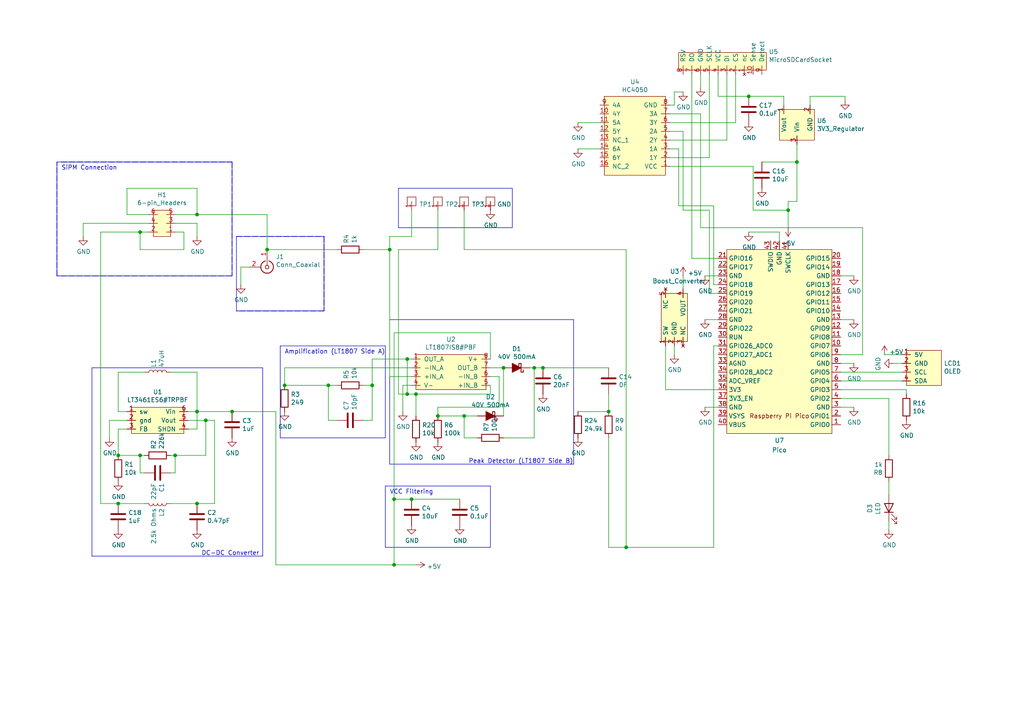
<source format=kicad_sch>
(kicad_sch (version 20211123) (generator eeschema)

  (uuid e8c50f1b-c316-4110-9cce-5c24c65a1eaa)

  (paper "A4")

  (title_block
    (title "Cosmic_Watch")
    (date "2022-01-08")
    (rev "3")
    (comment 1 "Verified Connections, added LED and Switch")
  )

  (lib_symbols
    (symbol "Additional_Components:6-pin_Headers" (pin_names (offset 1.016)) (in_bom yes) (on_board yes)
      (property "Reference" "H" (id 0) (at 0 7.62 0)
        (effects (font (size 1.27 1.27)))
      )
      (property "Value" "Additional_Components_6-pin_Headers" (id 1) (at 1.27 6.35 0)
        (effects (font (size 1.27 1.27)))
      )
      (property "Footprint" "" (id 2) (at 1.27 0 0)
        (effects (font (size 1.27 1.27)) hide)
      )
      (property "Datasheet" "" (id 3) (at 1.27 0 0)
        (effects (font (size 1.27 1.27)) hide)
      )
      (symbol "6-pin_Headers_0_1"
        (rectangle (start -2.54 3.81) (end 2.54 -3.81)
          (stroke (width 0) (type default) (color 0 0 0 0))
          (fill (type background))
        )
      )
      (symbol "6-pin_Headers_1_1"
        (pin input line (at 3.81 -2.54 180) (length 2.54)
          (name "~" (effects (font (size 1.27 1.27))))
          (number "1" (effects (font (size 1.27 1.27))))
        )
        (pin input line (at -3.81 -2.54 0) (length 2.54)
          (name "~" (effects (font (size 1.27 1.27))))
          (number "2" (effects (font (size 1.27 1.27))))
        )
        (pin input line (at 3.81 0 180) (length 2.54)
          (name "~" (effects (font (size 1.27 1.27))))
          (number "3" (effects (font (size 1.27 1.27))))
        )
        (pin input line (at -3.81 0 0) (length 2.54)
          (name "~" (effects (font (size 1.27 1.27))))
          (number "4" (effects (font (size 1.27 1.27))))
        )
        (pin input line (at 3.81 2.54 180) (length 2.54)
          (name "~" (effects (font (size 1.27 1.27))))
          (number "5" (effects (font (size 1.27 1.27))))
        )
        (pin input line (at -3.81 2.54 0) (length 2.54)
          (name "~" (effects (font (size 1.27 1.27))))
          (number "6" (effects (font (size 1.27 1.27))))
        )
      )
    )
    (symbol "Additional_Components:GND" (pin_names (offset 1.016)) (in_bom yes) (on_board yes)
      (property "Reference" "TP" (id 0) (at 3.81 1.27 0)
        (effects (font (size 1.27 1.27)) hide)
      )
      (property "Value" "Additional_Components_GND" (id 1) (at 0 2.54 0)
        (effects (font (size 1.27 1.27)))
      )
      (property "Footprint" "" (id 2) (at 0 0 0)
        (effects (font (size 1.27 1.27)) hide)
      )
      (property "Datasheet" "" (id 3) (at 0 0 0)
        (effects (font (size 1.27 1.27)) hide)
      )
      (symbol "GND_1_1"
        (rectangle (start -1.27 1.27) (end 1.27 -1.27)
          (stroke (width 0) (type default) (color 0 0 0 0))
          (fill (type none))
        )
        (pin input line (at 0 -2.54 90) (length 2.54)
          (name "~" (effects (font (size 1.27 1.27))))
          (number "1" (effects (font (size 1.27 1.27))))
        )
      )
    )
    (symbol "Additional_Components:OLED" (pin_names (offset 1.016)) (in_bom yes) (on_board yes)
      (property "Reference" "LCD" (id 0) (at 0 6.35 0)
        (effects (font (size 1.27 1.27)))
      )
      (property "Value" "Additional_Components_OLED" (id 1) (at 0 8.89 0)
        (effects (font (size 1.27 1.27)))
      )
      (property "Footprint" "" (id 2) (at -3.81 1.27 0)
        (effects (font (size 1.27 1.27)) hide)
      )
      (property "Datasheet" "" (id 3) (at -3.81 1.27 0)
        (effects (font (size 1.27 1.27)) hide)
      )
      (symbol "OLED_0_1"
        (rectangle (start -5.08 5.08) (end 5.08 -5.08)
          (stroke (width 0) (type default) (color 0 0 0 0))
          (fill (type background))
        )
      )
      (symbol "OLED_1_1"
        (pin input line (at -6.35 3.81 0) (length 2.54)
          (name "5V" (effects (font (size 1.27 1.27))))
          (number "1" (effects (font (size 1.27 1.27))))
        )
        (pin input line (at -6.35 1.27 0) (length 2.54)
          (name "GND" (effects (font (size 1.27 1.27))))
          (number "2" (effects (font (size 1.27 1.27))))
        )
        (pin input line (at -6.35 -1.27 0) (length 2.54)
          (name "SCL" (effects (font (size 1.27 1.27))))
          (number "3" (effects (font (size 1.27 1.27))))
        )
        (pin input line (at -6.35 -3.81 0) (length 2.54)
          (name "SDA" (effects (font (size 1.27 1.27))))
          (number "4" (effects (font (size 1.27 1.27))))
        )
      )
    )
    (symbol "Additional_Components:Test_Point1" (pin_names (offset 1.016) hide) (in_bom yes) (on_board yes)
      (property "Reference" "TP" (id 0) (at 0 2.54 0)
        (effects (font (size 1.27 1.27)))
      )
      (property "Value" "Additional_Components_Test_Point1" (id 1) (at 6.35 5.08 0)
        (effects (font (size 1.27 1.27)) hide)
      )
      (property "Footprint" "" (id 2) (at 0 -1.27 0)
        (effects (font (size 1.27 1.27)) hide)
      )
      (property "Datasheet" "" (id 3) (at 0 -1.27 0)
        (effects (font (size 1.27 1.27)) hide)
      )
      (symbol "Test_Point1_0_1"
        (rectangle (start -1.27 1.27) (end 1.27 -1.27)
          (stroke (width 0) (type default) (color 0 0 0 0))
          (fill (type none))
        )
      )
      (symbol "Test_Point1_1_1"
        (pin input line (at 0 -2.54 90) (length 2.54)
          (name "TP1" (effects (font (size 1.27 1.27))))
          (number "1" (effects (font (size 1.27 1.27))))
        )
      )
    )
    (symbol "Connector:Conn_Coaxial" (pin_names (offset 1.016) hide) (in_bom yes) (on_board yes)
      (property "Reference" "J" (id 0) (at 0.254 3.048 0)
        (effects (font (size 1.27 1.27)))
      )
      (property "Value" "Conn_Coaxial" (id 1) (at 2.921 0 90)
        (effects (font (size 1.27 1.27)))
      )
      (property "Footprint" "" (id 2) (at 0 0 0)
        (effects (font (size 1.27 1.27)) hide)
      )
      (property "Datasheet" " ~" (id 3) (at 0 0 0)
        (effects (font (size 1.27 1.27)) hide)
      )
      (property "ki_keywords" "BNC SMA SMB SMC LEMO coaxial connector CINCH RCA" (id 4) (at 0 0 0)
        (effects (font (size 1.27 1.27)) hide)
      )
      (property "ki_description" "coaxial connector (BNC, SMA, SMB, SMC, Cinch/RCA, LEMO, ...)" (id 5) (at 0 0 0)
        (effects (font (size 1.27 1.27)) hide)
      )
      (property "ki_fp_filters" "*BNC* *SMA* *SMB* *SMC* *Cinch* *LEMO*" (id 6) (at 0 0 0)
        (effects (font (size 1.27 1.27)) hide)
      )
      (symbol "Conn_Coaxial_0_1"
        (arc (start -1.778 -0.508) (mid 0.222 -1.808) (end 1.778 0)
          (stroke (width 0.254) (type default) (color 0 0 0 0))
          (fill (type none))
        )
        (polyline
          (pts
            (xy -2.54 0)
            (xy -0.508 0)
          )
          (stroke (width 0) (type default) (color 0 0 0 0))
          (fill (type none))
        )
        (polyline
          (pts
            (xy 0 -2.54)
            (xy 0 -1.778)
          )
          (stroke (width 0) (type default) (color 0 0 0 0))
          (fill (type none))
        )
        (circle (center 0 0) (radius 0.508)
          (stroke (width 0.2032) (type default) (color 0 0 0 0))
          (fill (type none))
        )
        (arc (start 1.778 0) (mid 0.222 1.8083) (end -1.778 0.508)
          (stroke (width 0.254) (type default) (color 0 0 0 0))
          (fill (type none))
        )
      )
      (symbol "Conn_Coaxial_1_1"
        (pin passive line (at -5.08 0 0) (length 2.54)
          (name "In" (effects (font (size 1.27 1.27))))
          (number "1" (effects (font (size 1.27 1.27))))
        )
        (pin passive line (at 0 -5.08 90) (length 2.54)
          (name "Ext" (effects (font (size 1.27 1.27))))
          (number "2" (effects (font (size 1.27 1.27))))
        )
      )
    )
    (symbol "Device:C" (pin_numbers hide) (pin_names (offset 0.254)) (in_bom yes) (on_board yes)
      (property "Reference" "C" (id 0) (at 0.635 2.54 0)
        (effects (font (size 1.27 1.27)) (justify left))
      )
      (property "Value" "C" (id 1) (at 0.635 -2.54 0)
        (effects (font (size 1.27 1.27)) (justify left))
      )
      (property "Footprint" "" (id 2) (at 0.9652 -3.81 0)
        (effects (font (size 1.27 1.27)) hide)
      )
      (property "Datasheet" "~" (id 3) (at 0 0 0)
        (effects (font (size 1.27 1.27)) hide)
      )
      (property "ki_keywords" "cap capacitor" (id 4) (at 0 0 0)
        (effects (font (size 1.27 1.27)) hide)
      )
      (property "ki_description" "Unpolarized capacitor" (id 5) (at 0 0 0)
        (effects (font (size 1.27 1.27)) hide)
      )
      (property "ki_fp_filters" "C_*" (id 6) (at 0 0 0)
        (effects (font (size 1.27 1.27)) hide)
      )
      (symbol "C_0_1"
        (polyline
          (pts
            (xy -2.032 -0.762)
            (xy 2.032 -0.762)
          )
          (stroke (width 0.508) (type default) (color 0 0 0 0))
          (fill (type none))
        )
        (polyline
          (pts
            (xy -2.032 0.762)
            (xy 2.032 0.762)
          )
          (stroke (width 0.508) (type default) (color 0 0 0 0))
          (fill (type none))
        )
      )
      (symbol "C_1_1"
        (pin passive line (at 0 3.81 270) (length 2.794)
          (name "~" (effects (font (size 1.27 1.27))))
          (number "1" (effects (font (size 1.27 1.27))))
        )
        (pin passive line (at 0 -3.81 90) (length 2.794)
          (name "~" (effects (font (size 1.27 1.27))))
          (number "2" (effects (font (size 1.27 1.27))))
        )
      )
    )
    (symbol "Device:D_Schottky_ALT" (pin_numbers hide) (pin_names (offset 1.016) hide) (in_bom yes) (on_board yes)
      (property "Reference" "D" (id 0) (at 0 2.54 0)
        (effects (font (size 1.27 1.27)))
      )
      (property "Value" "Device_D_Schottky_ALT" (id 1) (at 0 -2.54 0)
        (effects (font (size 1.27 1.27)))
      )
      (property "Footprint" "" (id 2) (at 0 0 0)
        (effects (font (size 1.27 1.27)) hide)
      )
      (property "Datasheet" "" (id 3) (at 0 0 0)
        (effects (font (size 1.27 1.27)) hide)
      )
      (property "ki_fp_filters" "TO-???* *_Diode_* *SingleDiode* D_*" (id 4) (at 0 0 0)
        (effects (font (size 1.27 1.27)) hide)
      )
      (symbol "D_Schottky_ALT_0_1"
        (polyline
          (pts
            (xy 1.27 0)
            (xy -1.27 0)
          )
          (stroke (width 0) (type default) (color 0 0 0 0))
          (fill (type none))
        )
        (polyline
          (pts
            (xy 1.27 1.27)
            (xy 1.27 -1.27)
            (xy -1.27 0)
            (xy 1.27 1.27)
          )
          (stroke (width 0.254) (type default) (color 0 0 0 0))
          (fill (type outline))
        )
        (polyline
          (pts
            (xy -1.905 0.635)
            (xy -1.905 1.27)
            (xy -1.27 1.27)
            (xy -1.27 -1.27)
            (xy -0.635 -1.27)
            (xy -0.635 -0.635)
          )
          (stroke (width 0.254) (type default) (color 0 0 0 0))
          (fill (type none))
        )
      )
      (symbol "D_Schottky_ALT_1_1"
        (pin passive line (at -3.81 0 0) (length 2.54)
          (name "K" (effects (font (size 1.27 1.27))))
          (number "1" (effects (font (size 1.27 1.27))))
        )
        (pin passive line (at 3.81 0 180) (length 2.54)
          (name "A" (effects (font (size 1.27 1.27))))
          (number "2" (effects (font (size 1.27 1.27))))
        )
      )
    )
    (symbol "Device:L" (pin_numbers hide) (pin_names (offset 1.016) hide) (in_bom yes) (on_board yes)
      (property "Reference" "L" (id 0) (at -1.27 0 90)
        (effects (font (size 1.27 1.27)))
      )
      (property "Value" "L" (id 1) (at 1.905 0 90)
        (effects (font (size 1.27 1.27)))
      )
      (property "Footprint" "" (id 2) (at 0 0 0)
        (effects (font (size 1.27 1.27)) hide)
      )
      (property "Datasheet" "~" (id 3) (at 0 0 0)
        (effects (font (size 1.27 1.27)) hide)
      )
      (property "ki_keywords" "inductor choke coil reactor magnetic" (id 4) (at 0 0 0)
        (effects (font (size 1.27 1.27)) hide)
      )
      (property "ki_description" "Inductor" (id 5) (at 0 0 0)
        (effects (font (size 1.27 1.27)) hide)
      )
      (property "ki_fp_filters" "Choke_* *Coil* Inductor_* L_*" (id 6) (at 0 0 0)
        (effects (font (size 1.27 1.27)) hide)
      )
      (symbol "L_0_1"
        (arc (start 0 -2.54) (mid 0.635 -1.905) (end 0 -1.27)
          (stroke (width 0) (type default) (color 0 0 0 0))
          (fill (type none))
        )
        (arc (start 0 -1.27) (mid 0.635 -0.635) (end 0 0)
          (stroke (width 0) (type default) (color 0 0 0 0))
          (fill (type none))
        )
        (arc (start 0 0) (mid 0.635 0.635) (end 0 1.27)
          (stroke (width 0) (type default) (color 0 0 0 0))
          (fill (type none))
        )
        (arc (start 0 1.27) (mid 0.635 1.905) (end 0 2.54)
          (stroke (width 0) (type default) (color 0 0 0 0))
          (fill (type none))
        )
      )
      (symbol "L_1_1"
        (pin passive line (at 0 3.81 270) (length 1.27)
          (name "1" (effects (font (size 1.27 1.27))))
          (number "1" (effects (font (size 1.27 1.27))))
        )
        (pin passive line (at 0 -3.81 90) (length 1.27)
          (name "2" (effects (font (size 1.27 1.27))))
          (number "2" (effects (font (size 1.27 1.27))))
        )
      )
    )
    (symbol "Device:LED" (pin_numbers hide) (pin_names (offset 1.016) hide) (in_bom yes) (on_board yes)
      (property "Reference" "D" (id 0) (at 0 2.54 0)
        (effects (font (size 1.27 1.27)))
      )
      (property "Value" "LED" (id 1) (at 0 -2.54 0)
        (effects (font (size 1.27 1.27)))
      )
      (property "Footprint" "" (id 2) (at 0 0 0)
        (effects (font (size 1.27 1.27)) hide)
      )
      (property "Datasheet" "~" (id 3) (at 0 0 0)
        (effects (font (size 1.27 1.27)) hide)
      )
      (property "ki_keywords" "LED diode" (id 4) (at 0 0 0)
        (effects (font (size 1.27 1.27)) hide)
      )
      (property "ki_description" "Light emitting diode" (id 5) (at 0 0 0)
        (effects (font (size 1.27 1.27)) hide)
      )
      (property "ki_fp_filters" "LED* LED_SMD:* LED_THT:*" (id 6) (at 0 0 0)
        (effects (font (size 1.27 1.27)) hide)
      )
      (symbol "LED_0_1"
        (polyline
          (pts
            (xy -1.27 -1.27)
            (xy -1.27 1.27)
          )
          (stroke (width 0.254) (type default) (color 0 0 0 0))
          (fill (type none))
        )
        (polyline
          (pts
            (xy -1.27 0)
            (xy 1.27 0)
          )
          (stroke (width 0) (type default) (color 0 0 0 0))
          (fill (type none))
        )
        (polyline
          (pts
            (xy 1.27 -1.27)
            (xy 1.27 1.27)
            (xy -1.27 0)
            (xy 1.27 -1.27)
          )
          (stroke (width 0.254) (type default) (color 0 0 0 0))
          (fill (type none))
        )
        (polyline
          (pts
            (xy -3.048 -0.762)
            (xy -4.572 -2.286)
            (xy -3.81 -2.286)
            (xy -4.572 -2.286)
            (xy -4.572 -1.524)
          )
          (stroke (width 0) (type default) (color 0 0 0 0))
          (fill (type none))
        )
        (polyline
          (pts
            (xy -1.778 -0.762)
            (xy -3.302 -2.286)
            (xy -2.54 -2.286)
            (xy -3.302 -2.286)
            (xy -3.302 -1.524)
          )
          (stroke (width 0) (type default) (color 0 0 0 0))
          (fill (type none))
        )
      )
      (symbol "LED_1_1"
        (pin passive line (at -3.81 0 0) (length 2.54)
          (name "K" (effects (font (size 1.27 1.27))))
          (number "1" (effects (font (size 1.27 1.27))))
        )
        (pin passive line (at 3.81 0 180) (length 2.54)
          (name "A" (effects (font (size 1.27 1.27))))
          (number "2" (effects (font (size 1.27 1.27))))
        )
      )
    )
    (symbol "Device:R" (pin_numbers hide) (pin_names (offset 0)) (in_bom yes) (on_board yes)
      (property "Reference" "R" (id 0) (at 2.032 0 90)
        (effects (font (size 1.27 1.27)))
      )
      (property "Value" "R" (id 1) (at 0 0 90)
        (effects (font (size 1.27 1.27)))
      )
      (property "Footprint" "" (id 2) (at -1.778 0 90)
        (effects (font (size 1.27 1.27)) hide)
      )
      (property "Datasheet" "~" (id 3) (at 0 0 0)
        (effects (font (size 1.27 1.27)) hide)
      )
      (property "ki_keywords" "R res resistor" (id 4) (at 0 0 0)
        (effects (font (size 1.27 1.27)) hide)
      )
      (property "ki_description" "Resistor" (id 5) (at 0 0 0)
        (effects (font (size 1.27 1.27)) hide)
      )
      (property "ki_fp_filters" "R_*" (id 6) (at 0 0 0)
        (effects (font (size 1.27 1.27)) hide)
      )
      (symbol "R_0_1"
        (rectangle (start -1.016 -2.54) (end 1.016 2.54)
          (stroke (width 0.254) (type default) (color 0 0 0 0))
          (fill (type none))
        )
      )
      (symbol "R_1_1"
        (pin passive line (at 0 3.81 270) (length 1.27)
          (name "~" (effects (font (size 1.27 1.27))))
          (number "1" (effects (font (size 1.27 1.27))))
        )
        (pin passive line (at 0 -3.81 90) (length 1.27)
          (name "~" (effects (font (size 1.27 1.27))))
          (number "2" (effects (font (size 1.27 1.27))))
        )
      )
    )
    (symbol "Missing_ICs:3V3_Regulator" (pin_names (offset 1.016)) (in_bom yes) (on_board yes)
      (property "Reference" "U" (id 0) (at 0 15.24 0)
        (effects (font (size 1.27 1.27)))
      )
      (property "Value" "Missing_ICs_3V3_Regulator" (id 1) (at 0 11.43 0)
        (effects (font (size 1.27 1.27)))
      )
      (property "Footprint" "" (id 2) (at 0 15.24 0)
        (effects (font (size 1.27 1.27)) hide)
      )
      (property "Datasheet" "" (id 3) (at 0 15.24 0)
        (effects (font (size 1.27 1.27)) hide)
      )
      (symbol "3V3_Regulator_0_1"
        (rectangle (start -5.08 3.81) (end 5.08 -5.08)
          (stroke (width 0) (type default) (color 0 0 0 0))
          (fill (type background))
        )
      )
      (symbol "3V3_Regulator_1_1"
        (pin input line (at -3.81 5.08 270) (length 2.54)
          (name "Vout" (effects (font (size 1.27 1.27))))
          (number "1" (effects (font (size 1.27 1.27))))
        )
        (pin input line (at 3.81 5.08 270) (length 2.54)
          (name "GND" (effects (font (size 1.27 1.27))))
          (number "2" (effects (font (size 1.27 1.27))))
        )
        (pin input line (at 0 -6.35 90) (length 2.54)
          (name "Vin" (effects (font (size 1.27 1.27))))
          (number "3" (effects (font (size 1.27 1.27))))
        )
      )
    )
    (symbol "Missing_ICs:HC4050" (pin_names (offset 1.016)) (in_bom yes) (on_board yes)
      (property "Reference" "U" (id 0) (at 0 15.24 0)
        (effects (font (size 1.27 1.27)))
      )
      (property "Value" "Missing_ICs_HC4050" (id 1) (at 0 12.7 0)
        (effects (font (size 1.27 1.27)))
      )
      (property "Footprint" "" (id 2) (at 5.08 -5.08 0)
        (effects (font (size 1.27 1.27)) hide)
      )
      (property "Datasheet" "" (id 3) (at 5.08 -5.08 0)
        (effects (font (size 1.27 1.27)) hide)
      )
      (symbol "HC4050_0_1"
        (rectangle (start -8.89 11.43) (end 8.89 -11.43)
          (stroke (width 0) (type default) (color 0 0 0 0))
          (fill (type background))
        )
      )
      (symbol "HC4050_1_1"
        (pin input line (at 10.16 -8.89 180) (length 2.54)
          (name "VCC" (effects (font (size 1.27 1.27))))
          (number "1" (effects (font (size 1.27 1.27))))
        )
        (pin input line (at -10.16 6.35 0) (length 2.54)
          (name "4Y" (effects (font (size 1.27 1.27))))
          (number "10" (effects (font (size 1.27 1.27))))
        )
        (pin input line (at -10.16 3.81 0) (length 2.54)
          (name "5A" (effects (font (size 1.27 1.27))))
          (number "11" (effects (font (size 1.27 1.27))))
        )
        (pin input line (at -10.16 1.27 0) (length 2.54)
          (name "5Y" (effects (font (size 1.27 1.27))))
          (number "12" (effects (font (size 1.27 1.27))))
        )
        (pin input line (at -10.16 -1.27 0) (length 2.54)
          (name "NC_1" (effects (font (size 1.27 1.27))))
          (number "13" (effects (font (size 1.27 1.27))))
        )
        (pin input line (at -10.16 -3.81 0) (length 2.54)
          (name "6A" (effects (font (size 1.27 1.27))))
          (number "14" (effects (font (size 1.27 1.27))))
        )
        (pin input line (at -10.16 -6.35 0) (length 2.54)
          (name "6Y" (effects (font (size 1.27 1.27))))
          (number "15" (effects (font (size 1.27 1.27))))
        )
        (pin input line (at -10.16 -8.89 0) (length 2.54)
          (name "NC_2" (effects (font (size 1.27 1.27))))
          (number "16" (effects (font (size 1.27 1.27))))
        )
        (pin input line (at 10.16 -6.35 180) (length 2.54)
          (name "1Y" (effects (font (size 1.27 1.27))))
          (number "2" (effects (font (size 1.27 1.27))))
        )
        (pin input line (at 10.16 -3.81 180) (length 2.54)
          (name "1A" (effects (font (size 1.27 1.27))))
          (number "3" (effects (font (size 1.27 1.27))))
        )
        (pin input line (at 10.16 -1.27 180) (length 2.54)
          (name "2Y" (effects (font (size 1.27 1.27))))
          (number "4" (effects (font (size 1.27 1.27))))
        )
        (pin input line (at 10.16 1.27 180) (length 2.54)
          (name "2A" (effects (font (size 1.27 1.27))))
          (number "5" (effects (font (size 1.27 1.27))))
        )
        (pin input line (at 10.16 3.81 180) (length 2.54)
          (name "3Y" (effects (font (size 1.27 1.27))))
          (number "6" (effects (font (size 1.27 1.27))))
        )
        (pin input line (at 10.16 6.35 180) (length 2.54)
          (name "3A" (effects (font (size 1.27 1.27))))
          (number "7" (effects (font (size 1.27 1.27))))
        )
        (pin input line (at 10.16 8.89 180) (length 2.54)
          (name "GND" (effects (font (size 1.27 1.27))))
          (number "8" (effects (font (size 1.27 1.27))))
        )
        (pin input line (at -10.16 8.89 0) (length 2.54)
          (name "4A" (effects (font (size 1.27 1.27))))
          (number "9" (effects (font (size 1.27 1.27))))
        )
      )
    )
    (symbol "Missing_ICs:L3461A" (pin_names (offset 1.016)) (in_bom yes) (on_board yes)
      (property "Reference" "U" (id 0) (at 0 6.35 0)
        (effects (font (size 1.27 1.27)))
      )
      (property "Value" "Missing_ICs_L3461A" (id 1) (at 0 3.81 0)
        (effects (font (size 1.27 1.27)))
      )
      (property "Footprint" "" (id 2) (at 0 0 0)
        (effects (font (size 1.27 1.27)) hide)
      )
      (property "Datasheet" "" (id 3) (at 0 0 0)
        (effects (font (size 1.27 1.27)) hide)
      )
      (symbol "L3461A_0_1"
        (rectangle (start -7.62 2.54) (end 7.62 -5.08)
          (stroke (width 0) (type default) (color 0 0 0 0))
          (fill (type background))
        )
      )
      (symbol "L3461A_1_1"
        (pin input line (at -8.89 1.27 0) (length 2.54)
          (name "sw" (effects (font (size 1.27 1.27))))
          (number "1" (effects (font (size 1.27 1.27))))
        )
        (pin input line (at -8.89 -1.27 0) (length 2.54)
          (name "gnd" (effects (font (size 1.27 1.27))))
          (number "2" (effects (font (size 1.27 1.27))))
        )
        (pin input line (at -8.89 -3.81 0) (length 2.54)
          (name "FB" (effects (font (size 1.27 1.27))))
          (number "3" (effects (font (size 1.27 1.27))))
        )
        (pin input line (at 8.89 -3.81 180) (length 2.54)
          (name "SHDN" (effects (font (size 1.27 1.27))))
          (number "4" (effects (font (size 1.27 1.27))))
        )
        (pin input line (at 8.89 -1.27 180) (length 2.54)
          (name "Vout" (effects (font (size 1.27 1.27))))
          (number "5" (effects (font (size 1.27 1.27))))
        )
        (pin input line (at 8.89 1.27 180) (length 2.54)
          (name "Vin" (effects (font (size 1.27 1.27))))
          (number "6" (effects (font (size 1.27 1.27))))
        )
      )
    )
    (symbol "Missing_ICs:LT1807IS8" (pin_names (offset 1.016)) (in_bom yes) (on_board yes)
      (property "Reference" "U" (id 0) (at 0 10.16 0)
        (effects (font (size 1.27 1.27)))
      )
      (property "Value" "Missing_ICs_LT1807IS8" (id 1) (at 0 7.62 0)
        (effects (font (size 1.27 1.27)))
      )
      (property "Footprint" "" (id 2) (at 0 0 0)
        (effects (font (size 1.27 1.27)) hide)
      )
      (property "Datasheet" "" (id 3) (at 0 0 0)
        (effects (font (size 1.27 1.27)) hide)
      )
      (symbol "LT1807IS8_0_1"
        (rectangle (start -10.16 6.35) (end 10.16 -3.81)
          (stroke (width 0) (type default) (color 0 0 0 0))
          (fill (type background))
        )
      )
      (symbol "LT1807IS8_1_1"
        (pin input line (at -11.43 5.08 0) (length 2.54)
          (name "OUT_A" (effects (font (size 1.27 1.27))))
          (number "1" (effects (font (size 1.27 1.27))))
        )
        (pin input line (at -11.43 2.54 0) (length 2.54)
          (name "-IN_A" (effects (font (size 1.27 1.27))))
          (number "2" (effects (font (size 1.27 1.27))))
        )
        (pin input line (at -11.43 0 0) (length 2.54)
          (name "+IN_A" (effects (font (size 1.27 1.27))))
          (number "3" (effects (font (size 1.27 1.27))))
        )
        (pin input line (at -11.43 -2.54 0) (length 2.54)
          (name "V-" (effects (font (size 1.27 1.27))))
          (number "4" (effects (font (size 1.27 1.27))))
        )
        (pin input line (at 11.43 -2.54 180) (length 2.54)
          (name "+IN_B" (effects (font (size 1.27 1.27))))
          (number "5" (effects (font (size 1.27 1.27))))
        )
        (pin input line (at 11.43 0 180) (length 2.54)
          (name "-IN_B" (effects (font (size 1.27 1.27))))
          (number "6" (effects (font (size 1.27 1.27))))
        )
        (pin input line (at 11.43 2.54 180) (length 2.54)
          (name "OUT_B" (effects (font (size 1.27 1.27))))
          (number "7" (effects (font (size 1.27 1.27))))
        )
        (pin input line (at 11.43 5.08 180) (length 2.54)
          (name "V+" (effects (font (size 1.27 1.27))))
          (number "8" (effects (font (size 1.27 1.27))))
        )
      )
    )
    (symbol "Missing_ICs:MicroSDCardSocket" (pin_names (offset 1.016)) (in_bom yes) (on_board yes)
      (property "Reference" "U" (id 0) (at 0 8.89 0)
        (effects (font (size 1.27 1.27)))
      )
      (property "Value" "Missing_ICs_MicroSDCardSocket" (id 1) (at 0 6.35 0)
        (effects (font (size 1.27 1.27)))
      )
      (property "Footprint" "" (id 2) (at 0 0 0)
        (effects (font (size 1.27 1.27)) hide)
      )
      (property "Datasheet" "" (id 3) (at 0 0 0)
        (effects (font (size 1.27 1.27)) hide)
      )
      (symbol "MicroSDCardSocket_0_1"
        (rectangle (start -11.43 2.54) (end 13.97 -2.54)
          (stroke (width 0) (type default) (color 0 0 0 0))
          (fill (type background))
        )
      )
      (symbol "MicroSDCardSocket_1_1"
        (pin no_connect line (at 7.62 -3.81 90) (length 2.54)
          (name "nc" (effects (font (size 1.27 1.27))))
          (number "1" (effects (font (size 1.27 1.27))))
        )
        (pin input line (at 10.16 -3.81 90) (length 2.54)
          (name "Sense" (effects (font (size 1.27 1.27))))
          (number "10" (effects (font (size 1.27 1.27))))
        )
        (pin input line (at 5.08 -3.81 90) (length 2.54)
          (name "CS" (effects (font (size 1.27 1.27))))
          (number "2" (effects (font (size 1.27 1.27))))
        )
        (pin input line (at 2.54 -3.81 90) (length 2.54)
          (name "DI" (effects (font (size 1.27 1.27))))
          (number "3" (effects (font (size 1.27 1.27))))
        )
        (pin input line (at 0 -3.81 90) (length 2.54)
          (name "VCC" (effects (font (size 1.27 1.27))))
          (number "4" (effects (font (size 1.27 1.27))))
        )
        (pin input line (at -2.54 -3.81 90) (length 2.54)
          (name "SCLK" (effects (font (size 1.27 1.27))))
          (number "5" (effects (font (size 1.27 1.27))))
        )
        (pin input line (at -5.08 -3.81 90) (length 2.54)
          (name "GND" (effects (font (size 1.27 1.27))))
          (number "6" (effects (font (size 1.27 1.27))))
        )
        (pin input line (at -7.62 -3.81 90) (length 2.54)
          (name "DO" (effects (font (size 1.27 1.27))))
          (number "7" (effects (font (size 1.27 1.27))))
        )
        (pin input line (at -10.16 -3.81 90) (length 2.54)
          (name "RSV" (effects (font (size 1.27 1.27))))
          (number "8" (effects (font (size 1.27 1.27))))
        )
        (pin input line (at 12.7 -3.81 90) (length 2.54)
          (name "Detect" (effects (font (size 1.27 1.27))))
          (number "9" (effects (font (size 1.27 1.27))))
        )
      )
    )
    (symbol "Missing_Symbols:Boost_Converter" (in_bom yes) (on_board yes)
      (property "Reference" "U" (id 0) (at 0 7.62 0)
        (effects (font (size 1.27 1.27)))
      )
      (property "Value" "Boost_Converter" (id 1) (at 0 10.16 0)
        (effects (font (size 1.27 1.27)))
      )
      (property "Footprint" "" (id 2) (at 0 1.27 0)
        (effects (font (size 1.27 1.27)) hide)
      )
      (property "Datasheet" "" (id 3) (at 0 1.27 0)
        (effects (font (size 1.27 1.27)) hide)
      )
      (symbol "Boost_Converter_0_1"
        (rectangle (start -3.81 6.35) (end 3.81 -7.62)
          (stroke (width 0.1524) (type default) (color 0 0 0 0))
          (fill (type background))
        )
      )
      (symbol "Boost_Converter_1_1"
        (pin output line (at -2.54 -8.89 90) (length 2.54)
          (name "SW" (effects (font (size 1.27 1.27))))
          (number "1" (effects (font (size 1.27 1.27))))
        )
        (pin output line (at 0 -8.89 90) (length 2.54)
          (name "GND" (effects (font (size 1.27 1.27))))
          (number "2" (effects (font (size 1.27 1.27))))
        )
        (pin no_connect line (at 2.54 -8.89 90) (length 2.54)
          (name "NC" (effects (font (size 1.27 1.27))))
          (number "3" (effects (font (size 1.27 1.27))))
        )
        (pin output line (at 2.54 7.62 270) (length 2.54)
          (name "VOUT" (effects (font (size 1.27 1.27))))
          (number "4" (effects (font (size 1.27 1.27))))
        )
        (pin no_connect line (at -2.54 7.62 270) (length 2.54)
          (name "NC" (effects (font (size 1.27 1.27))))
          (number "5" (effects (font (size 1.27 1.27))))
        )
      )
    )
    (symbol "Missing_Symbols:Pico" (in_bom yes) (on_board yes)
      (property "Reference" "U" (id 0) (at 0 -29.21 0)
        (effects (font (size 1.27 1.27)))
      )
      (property "Value" "Pico" (id 1) (at 0 -19.05 0)
        (effects (font (size 1.27 1.27)))
      )
      (property "Footprint" "RPi_Pico:RPi_Pico_SMD_TH" (id 2) (at 0 0 90)
        (effects (font (size 1.27 1.27)) hide)
      )
      (property "Datasheet" "" (id 3) (at 0 0 0)
        (effects (font (size 1.27 1.27)) hide)
      )
      (symbol "Pico_0_0"
        (text "Raspberry Pi Pico" (at 0 -21.59 0)
          (effects (font (size 1.27 1.27)))
        )
      )
      (symbol "Pico_0_1"
        (rectangle (start 15.24 -26.67) (end -15.24 26.67)
          (stroke (width 0) (type default) (color 0 0 0 0))
          (fill (type background))
        )
      )
      (symbol "Pico_1_1"
        (pin bidirectional line (at 17.78 -24.13 180) (length 2.54)
          (name "GPIO0" (effects (font (size 1.27 1.27))))
          (number "1" (effects (font (size 1.27 1.27))))
        )
        (pin bidirectional line (at 17.78 -1.27 180) (length 2.54)
          (name "GPIO7" (effects (font (size 1.27 1.27))))
          (number "10" (effects (font (size 1.27 1.27))))
        )
        (pin bidirectional line (at 17.78 1.27 180) (length 2.54)
          (name "GPIO8" (effects (font (size 1.27 1.27))))
          (number "11" (effects (font (size 1.27 1.27))))
        )
        (pin bidirectional line (at 17.78 3.81 180) (length 2.54)
          (name "GPIO9" (effects (font (size 1.27 1.27))))
          (number "12" (effects (font (size 1.27 1.27))))
        )
        (pin power_in line (at 17.78 6.35 180) (length 2.54)
          (name "GND" (effects (font (size 1.27 1.27))))
          (number "13" (effects (font (size 1.27 1.27))))
        )
        (pin bidirectional line (at 17.78 8.89 180) (length 2.54)
          (name "GPIO10" (effects (font (size 1.27 1.27))))
          (number "14" (effects (font (size 1.27 1.27))))
        )
        (pin bidirectional line (at 17.78 11.43 180) (length 2.54)
          (name "GPIO11" (effects (font (size 1.27 1.27))))
          (number "15" (effects (font (size 1.27 1.27))))
        )
        (pin bidirectional line (at 17.78 13.97 180) (length 2.54)
          (name "GPIO12" (effects (font (size 1.27 1.27))))
          (number "16" (effects (font (size 1.27 1.27))))
        )
        (pin bidirectional line (at 17.78 16.51 180) (length 2.54)
          (name "GPIO13" (effects (font (size 1.27 1.27))))
          (number "17" (effects (font (size 1.27 1.27))))
        )
        (pin power_in line (at 17.78 19.05 180) (length 2.54)
          (name "GND" (effects (font (size 1.27 1.27))))
          (number "18" (effects (font (size 1.27 1.27))))
        )
        (pin bidirectional line (at 17.78 21.59 180) (length 2.54)
          (name "GPIO14" (effects (font (size 1.27 1.27))))
          (number "19" (effects (font (size 1.27 1.27))))
        )
        (pin bidirectional line (at 17.78 -21.59 180) (length 2.54)
          (name "GPIO1" (effects (font (size 1.27 1.27))))
          (number "2" (effects (font (size 1.27 1.27))))
        )
        (pin bidirectional line (at 17.78 24.13 180) (length 2.54)
          (name "GPIO15" (effects (font (size 1.27 1.27))))
          (number "20" (effects (font (size 1.27 1.27))))
        )
        (pin bidirectional line (at -17.78 24.13 0) (length 2.54)
          (name "GPIO16" (effects (font (size 1.27 1.27))))
          (number "21" (effects (font (size 1.27 1.27))))
        )
        (pin bidirectional line (at -17.78 21.59 0) (length 2.54)
          (name "GPIO17" (effects (font (size 1.27 1.27))))
          (number "22" (effects (font (size 1.27 1.27))))
        )
        (pin power_in line (at -17.78 19.05 0) (length 2.54)
          (name "GND" (effects (font (size 1.27 1.27))))
          (number "23" (effects (font (size 1.27 1.27))))
        )
        (pin bidirectional line (at -17.78 16.51 0) (length 2.54)
          (name "GPIO18" (effects (font (size 1.27 1.27))))
          (number "24" (effects (font (size 1.27 1.27))))
        )
        (pin bidirectional line (at -17.78 13.97 0) (length 2.54)
          (name "GPIO19" (effects (font (size 1.27 1.27))))
          (number "25" (effects (font (size 1.27 1.27))))
        )
        (pin bidirectional line (at -17.78 11.43 0) (length 2.54)
          (name "GPIO20" (effects (font (size 1.27 1.27))))
          (number "26" (effects (font (size 1.27 1.27))))
        )
        (pin bidirectional line (at -17.78 8.89 0) (length 2.54)
          (name "GPIO21" (effects (font (size 1.27 1.27))))
          (number "27" (effects (font (size 1.27 1.27))))
        )
        (pin power_in line (at -17.78 6.35 0) (length 2.54)
          (name "GND" (effects (font (size 1.27 1.27))))
          (number "28" (effects (font (size 1.27 1.27))))
        )
        (pin bidirectional line (at -17.78 3.81 0) (length 2.54)
          (name "GPIO22" (effects (font (size 1.27 1.27))))
          (number "29" (effects (font (size 1.27 1.27))))
        )
        (pin power_in line (at 17.78 -19.05 180) (length 2.54)
          (name "GND" (effects (font (size 1.27 1.27))))
          (number "3" (effects (font (size 1.27 1.27))))
        )
        (pin input line (at -17.78 1.27 0) (length 2.54)
          (name "RUN" (effects (font (size 1.27 1.27))))
          (number "30" (effects (font (size 1.27 1.27))))
        )
        (pin bidirectional line (at -17.78 -1.27 0) (length 2.54)
          (name "GPIO26_ADC0" (effects (font (size 1.27 1.27))))
          (number "31" (effects (font (size 1.27 1.27))))
        )
        (pin bidirectional line (at -17.78 -3.81 0) (length 2.54)
          (name "GPIO27_ADC1" (effects (font (size 1.27 1.27))))
          (number "32" (effects (font (size 1.27 1.27))))
        )
        (pin power_in line (at -17.78 -6.35 0) (length 2.54)
          (name "AGND" (effects (font (size 1.27 1.27))))
          (number "33" (effects (font (size 1.27 1.27))))
        )
        (pin bidirectional line (at -17.78 -8.89 0) (length 2.54)
          (name "GPIO28_ADC2" (effects (font (size 1.27 1.27))))
          (number "34" (effects (font (size 1.27 1.27))))
        )
        (pin power_in line (at -17.78 -11.43 0) (length 2.54)
          (name "ADC_VREF" (effects (font (size 1.27 1.27))))
          (number "35" (effects (font (size 1.27 1.27))))
        )
        (pin power_in line (at -17.78 -13.97 0) (length 2.54)
          (name "3V3" (effects (font (size 1.27 1.27))))
          (number "36" (effects (font (size 1.27 1.27))))
        )
        (pin input line (at -17.78 -16.51 0) (length 2.54)
          (name "3V3_EN" (effects (font (size 1.27 1.27))))
          (number "37" (effects (font (size 1.27 1.27))))
        )
        (pin bidirectional line (at -17.78 -19.05 0) (length 2.54)
          (name "GND" (effects (font (size 1.27 1.27))))
          (number "38" (effects (font (size 1.27 1.27))))
        )
        (pin power_in line (at -17.78 -21.59 0) (length 2.54)
          (name "VSYS" (effects (font (size 1.27 1.27))))
          (number "39" (effects (font (size 1.27 1.27))))
        )
        (pin bidirectional line (at 17.78 -16.51 180) (length 2.54)
          (name "GPIO2" (effects (font (size 1.27 1.27))))
          (number "4" (effects (font (size 1.27 1.27))))
        )
        (pin power_in line (at -17.78 -24.13 0) (length 2.54)
          (name "VBUS" (effects (font (size 1.27 1.27))))
          (number "40" (effects (font (size 1.27 1.27))))
        )
        (pin input line (at 2.54 29.21 270) (length 2.54)
          (name "SWCLK" (effects (font (size 1.27 1.27))))
          (number "41" (effects (font (size 1.27 1.27))))
        )
        (pin power_in line (at 0 29.21 270) (length 2.54)
          (name "GND" (effects (font (size 1.27 1.27))))
          (number "42" (effects (font (size 1.27 1.27))))
        )
        (pin bidirectional line (at -2.54 29.21 270) (length 2.54)
          (name "SWDIO" (effects (font (size 1.27 1.27))))
          (number "43" (effects (font (size 1.27 1.27))))
        )
        (pin bidirectional line (at 17.78 -13.97 180) (length 2.54)
          (name "GPIO3" (effects (font (size 1.27 1.27))))
          (number "5" (effects (font (size 1.27 1.27))))
        )
        (pin bidirectional line (at 17.78 -11.43 180) (length 2.54)
          (name "GPIO4" (effects (font (size 1.27 1.27))))
          (number "6" (effects (font (size 1.27 1.27))))
        )
        (pin bidirectional line (at 17.78 -8.89 180) (length 2.54)
          (name "GPIO5" (effects (font (size 1.27 1.27))))
          (number "7" (effects (font (size 1.27 1.27))))
        )
        (pin power_in line (at 17.78 -6.35 180) (length 2.54)
          (name "GND" (effects (font (size 1.27 1.27))))
          (number "8" (effects (font (size 1.27 1.27))))
        )
        (pin bidirectional line (at 17.78 -3.81 180) (length 2.54)
          (name "GPIO6" (effects (font (size 1.27 1.27))))
          (number "9" (effects (font (size 1.27 1.27))))
        )
      )
    )
    (symbol "power:+5V" (power) (pin_names (offset 0)) (in_bom yes) (on_board yes)
      (property "Reference" "#PWR" (id 0) (at 0 -3.81 0)
        (effects (font (size 1.27 1.27)) hide)
      )
      (property "Value" "+5V" (id 1) (at 0 3.556 0)
        (effects (font (size 1.27 1.27)))
      )
      (property "Footprint" "" (id 2) (at 0 0 0)
        (effects (font (size 1.27 1.27)) hide)
      )
      (property "Datasheet" "" (id 3) (at 0 0 0)
        (effects (font (size 1.27 1.27)) hide)
      )
      (property "ki_keywords" "power-flag" (id 4) (at 0 0 0)
        (effects (font (size 1.27 1.27)) hide)
      )
      (property "ki_description" "Power symbol creates a global label with name \"+5V\"" (id 5) (at 0 0 0)
        (effects (font (size 1.27 1.27)) hide)
      )
      (symbol "+5V_0_1"
        (polyline
          (pts
            (xy -0.762 1.27)
            (xy 0 2.54)
          )
          (stroke (width 0) (type default) (color 0 0 0 0))
          (fill (type none))
        )
        (polyline
          (pts
            (xy 0 0)
            (xy 0 2.54)
          )
          (stroke (width 0) (type default) (color 0 0 0 0))
          (fill (type none))
        )
        (polyline
          (pts
            (xy 0 2.54)
            (xy 0.762 1.27)
          )
          (stroke (width 0) (type default) (color 0 0 0 0))
          (fill (type none))
        )
      )
      (symbol "+5V_1_1"
        (pin power_in line (at 0 0 90) (length 0) hide
          (name "+5V" (effects (font (size 1.27 1.27))))
          (number "1" (effects (font (size 1.27 1.27))))
        )
      )
    )
    (symbol "power:GND" (power) (pin_names (offset 0)) (in_bom yes) (on_board yes)
      (property "Reference" "#PWR" (id 0) (at 0 -6.35 0)
        (effects (font (size 1.27 1.27)) hide)
      )
      (property "Value" "GND" (id 1) (at 0 -3.81 0)
        (effects (font (size 1.27 1.27)))
      )
      (property "Footprint" "" (id 2) (at 0 0 0)
        (effects (font (size 1.27 1.27)) hide)
      )
      (property "Datasheet" "" (id 3) (at 0 0 0)
        (effects (font (size 1.27 1.27)) hide)
      )
      (property "ki_keywords" "power-flag" (id 4) (at 0 0 0)
        (effects (font (size 1.27 1.27)) hide)
      )
      (property "ki_description" "Power symbol creates a global label with name \"GND\" , ground" (id 5) (at 0 0 0)
        (effects (font (size 1.27 1.27)) hide)
      )
      (symbol "GND_0_1"
        (polyline
          (pts
            (xy 0 0)
            (xy 0 -1.27)
            (xy 1.27 -1.27)
            (xy 0 -2.54)
            (xy -1.27 -1.27)
            (xy 0 -1.27)
          )
          (stroke (width 0) (type default) (color 0 0 0 0))
          (fill (type none))
        )
      )
      (symbol "GND_1_1"
        (pin power_in line (at 0 0 270) (length 0) hide
          (name "GND" (effects (font (size 1.27 1.27))))
          (number "1" (effects (font (size 1.27 1.27))))
        )
      )
    )
  )

  (junction (at 154.94 106.68) (diameter 0) (color 0 0 0 0)
    (uuid 109caac1-5036-4f23-9a66-f569d871501b)
  )
  (junction (at 120.65 114.3) (diameter 0) (color 0 0 0 0)
    (uuid 143ed874-a01f-4ced-ba4e-bbb66ddd1f70)
  )
  (junction (at 57.15 119.38) (diameter 0) (color 0 0 0 0)
    (uuid 16121028-bdf5-49c0-aae7-e28fe5bfa771)
  )
  (junction (at 57.15 146.05) (diameter 0) (color 0 0 0 0)
    (uuid 180245d9-4a3f-4d1b-adcc-b4eafac722e0)
  )
  (junction (at 34.29 146.05) (diameter 0) (color 0 0 0 0)
    (uuid 28e37b45-f843-47c2-85c9-ca19f5430ece)
  )
  (junction (at 40.64 132.08) (diameter 0) (color 0 0 0 0)
    (uuid 2db910a0-b943-40b4-b81f-068ba5265f56)
  )
  (junction (at 95.25 111.76) (diameter 0) (color 0 0 0 0)
    (uuid 34d03349-6d78-4165-a683-2d8b76f2bae8)
  )
  (junction (at 118.11 114.3) (diameter 0) (color 0 0 0 0)
    (uuid 411d4270-c66c-4318-b7fb-1470d34862b8)
  )
  (junction (at 59.69 121.92) (diameter 0) (color 0 0 0 0)
    (uuid 57276367-9ce4-4738-88d7-6e8cb94c966c)
  )
  (junction (at 217.17 27.94) (diameter 0) (color 0 0 0 0)
    (uuid 5889287d-b845-4684-b23e-663811b25d27)
  )
  (junction (at 40.64 67.31) (diameter 0) (color 0 0 0 0)
    (uuid 5d9921f1-08b3-4cc9-8cf7-e9a72ca2fdb7)
  )
  (junction (at 176.53 119.38) (diameter 0) (color 0 0 0 0)
    (uuid 5fc9acb6-6dbb-4598-825b-4b9e7c4c67c4)
  )
  (junction (at 67.31 119.38) (diameter 0) (color 0 0 0 0)
    (uuid 6bd115d6-07e0-45db-8f2e-3cbb0429104f)
  )
  (junction (at 77.47 72.39) (diameter 0) (color 0 0 0 0)
    (uuid 71c6e723-673c-45a9-a0e4-9742220c52a3)
  )
  (junction (at 82.55 111.76) (diameter 0) (color 0 0 0 0)
    (uuid 88d2c4b8-79f2-4e8b-9f70-b7e0ed9c70f8)
  )
  (junction (at 228.6 60.96) (diameter 0) (color 0 0 0 0)
    (uuid 8eff2830-2ece-4c3b-8536-54def5632bac)
  )
  (junction (at 113.03 72.39) (diameter 0) (color 0 0 0 0)
    (uuid 9186fd02-f30d-4e17-aa38-378ab73e3908)
  )
  (junction (at 118.11 104.14) (diameter 0) (color 0 0 0 0)
    (uuid a90361cd-254c-4d27-ae1f-9a6c85bafe28)
  )
  (junction (at 114.3 144.78) (diameter 0) (color 0 0 0 0)
    (uuid ae0e6b31-27d7-4383-a4fc-7557b0a19382)
  )
  (junction (at 127 120.65) (diameter 0) (color 0 0 0 0)
    (uuid b4300db7-1220-431a-b7c3-2edbdf8fa6fc)
  )
  (junction (at 57.15 62.23) (diameter 0) (color 0 0 0 0)
    (uuid c088f712-1abe-4cac-9a8b-d564931395aa)
  )
  (junction (at 119.38 144.78) (diameter 0) (color 0 0 0 0)
    (uuid cf386a39-fc62-49dd-8ec5-e044f6bd67ce)
  )
  (junction (at 107.95 111.76) (diameter 0) (color 0 0 0 0)
    (uuid e32ee344-1030-4498-9cac-bfbf7540faf4)
  )
  (junction (at 157.48 106.68) (diameter 0) (color 0 0 0 0)
    (uuid e67b9f8c-019b-4145-98a4-96545f6bb128)
  )
  (junction (at 114.3 163.83) (diameter 0) (color 0 0 0 0)
    (uuid ec2952dd-055b-4f00-906e-4bdb54383563)
  )
  (junction (at 146.05 106.68) (diameter 0) (color 0 0 0 0)
    (uuid f1447ad6-651c-45be-a2d6-33bddf672c2c)
  )
  (junction (at 34.29 132.08) (diameter 0) (color 0 0 0 0)
    (uuid f1782535-55f4-4299-bd4f-6f51b0b7259c)
  )
  (junction (at 231.14 46.99) (diameter 0) (color 0 0 0 0)
    (uuid f447e585-df78-4239-b8cb-4653b3837bb1)
  )
  (junction (at 50.8 132.08) (diameter 0) (color 0 0 0 0)
    (uuid f64497d1-1d62-44a4-8e5e-6fba4ebc969a)
  )
  (junction (at 134.62 120.65) (diameter 0) (color 0 0 0 0)
    (uuid f7667b23-296e-4362-a7e3-949632c8954b)
  )
  (junction (at 181.61 158.75) (diameter 0) (color 0 0 0 0)
    (uuid f9c81c26-f253-4227-a69f-53e64841cfbe)
  )

  (wire (pts (xy 208.28 82.55) (xy 207.01 82.55))
    (stroke (width 0) (type default) (color 0 0 0 0))
    (uuid 0069077c-2696-4452-84a2-cd5ff0451c67)
  )
  (wire (pts (xy 119.38 144.78) (xy 133.35 144.78))
    (stroke (width 0) (type default) (color 0 0 0 0))
    (uuid 009a4fb4-fcc0-4623-ae5d-c1bae3219583)
  )
  (wire (pts (xy 113.03 109.22) (xy 119.38 109.22))
    (stroke (width 0) (type default) (color 0 0 0 0))
    (uuid 009b5465-0a65-4237-93e7-eb65321eeb18)
  )
  (wire (pts (xy 113.03 68.58) (xy 113.03 72.39))
    (stroke (width 0) (type default) (color 0 0 0 0))
    (uuid 00f3ea8b-8a54-4e56-84ff-d98f6c00496c)
  )
  (polyline (pts (xy 16.51 80.01) (xy 16.51 46.99))
    (stroke (width 0) (type default) (color 0 0 0 0))
    (uuid 011ee658-718d-416a-85fd-961729cd1ee5)
  )

  (wire (pts (xy 208.28 74.93) (xy 200.66 74.93))
    (stroke (width 0) (type default) (color 0 0 0 0))
    (uuid 02ec7094-422d-4e43-a7ff-7f0a9c63f07a)
  )
  (wire (pts (xy 118.11 114.3) (xy 115.57 114.3))
    (stroke (width 0) (type default) (color 0 0 0 0))
    (uuid 0520f61d-4522-4301-a3fa-8ed0bf060f69)
  )
  (wire (pts (xy 107.95 111.76) (xy 107.95 121.92))
    (stroke (width 0) (type default) (color 0 0 0 0))
    (uuid 0bcafe80-ffba-4f1e-ae51-95a595b006db)
  )
  (wire (pts (xy 154.94 106.68) (xy 154.94 127))
    (stroke (width 0) (type default) (color 0 0 0 0))
    (uuid 0cc45b5b-96b3-4284-9cae-a3a9e324a916)
  )
  (wire (pts (xy 198.12 38.1) (xy 194.31 38.1))
    (stroke (width 0) (type default) (color 0 0 0 0))
    (uuid 0dfdfa9f-1e3f-4e14-b64b-12bde76a80c7)
  )
  (wire (pts (xy 243.84 105.41) (xy 247.65 105.41))
    (stroke (width 0) (type default) (color 0 0 0 0))
    (uuid 0ed951f9-b399-41b1-98dd-5de5f997b3d8)
  )
  (wire (pts (xy 57.15 54.61) (xy 57.15 62.23))
    (stroke (width 0) (type default) (color 0 0 0 0))
    (uuid 0fd35a3e-b394-4aae-875a-fac843f9cbb7)
  )
  (wire (pts (xy 195.58 26.67) (xy 198.12 26.67))
    (stroke (width 0) (type default) (color 0 0 0 0))
    (uuid 10e52e95-44f3-4059-a86d-dcda603e0623)
  )
  (wire (pts (xy 204.47 92.71) (xy 208.28 92.71))
    (stroke (width 0) (type default) (color 0 0 0 0))
    (uuid 163e3512-9b1b-480a-a972-d99824420490)
  )
  (wire (pts (xy 262.89 113.03) (xy 262.89 114.3))
    (stroke (width 0) (type default) (color 0 0 0 0))
    (uuid 17becf40-508e-49d7-9d21-e5b36cd60f5e)
  )
  (wire (pts (xy 208.28 85.09) (xy 205.74 85.09))
    (stroke (width 0) (type default) (color 0 0 0 0))
    (uuid 188fce05-292f-4ac1-92da-3440605fa63e)
  )
  (wire (pts (xy 198.12 60.96) (xy 198.12 38.1))
    (stroke (width 0) (type default) (color 0 0 0 0))
    (uuid 18bc7614-a653-498b-8f52-a9c9a8a74705)
  )
  (polyline (pts (xy 93.98 68.58) (xy 93.98 90.17))
    (stroke (width 0) (type solid) (color 0 0 0 0))
    (uuid 18c61c95-8af1-4986-b67e-c7af9c15ab6b)
  )

  (wire (pts (xy 119.38 104.14) (xy 118.11 104.14))
    (stroke (width 0) (type default) (color 0 0 0 0))
    (uuid 18d11f32-e1a6-4f29-8e3c-0bfeb07299bd)
  )
  (wire (pts (xy 146.05 106.68) (xy 142.24 106.68))
    (stroke (width 0) (type default) (color 0 0 0 0))
    (uuid 19b0959e-a79b-43b2-a5ad-525ced7e9131)
  )
  (wire (pts (xy 256.54 102.87) (xy 261.62 102.87))
    (stroke (width 0) (type default) (color 0 0 0 0))
    (uuid 1b1d3788-8985-40cd-bcd4-0fe34704a944)
  )
  (wire (pts (xy 204.47 118.11) (xy 208.28 118.11))
    (stroke (width 0) (type default) (color 0 0 0 0))
    (uuid 1c77dfc3-358b-4636-b768-4b8e4db701a0)
  )
  (wire (pts (xy 257.81 139.7) (xy 257.81 143.51))
    (stroke (width 0) (type default) (color 0 0 0 0))
    (uuid 1ca6f13e-36c8-4f47-8c58-f3b861f8e674)
  )
  (wire (pts (xy 193.04 113.03) (xy 193.04 100.33))
    (stroke (width 0) (type default) (color 0 0 0 0))
    (uuid 1f11a5af-53f0-4c55-8066-04f2edc0f7a2)
  )
  (wire (pts (xy 144.78 118.11) (xy 144.78 109.22))
    (stroke (width 0) (type default) (color 0 0 0 0))
    (uuid 1f8b2c0c-b042-4e2e-80f6-4959a27b238f)
  )
  (wire (pts (xy 54.61 121.92) (xy 59.69 121.92))
    (stroke (width 0) (type default) (color 0 0 0 0))
    (uuid 1fbb0219-551e-409b-a61b-76e8cebdfb9d)
  )
  (polyline (pts (xy 76.2 106.68) (xy 26.67 106.68))
    (stroke (width 0) (type solid) (color 0 0 0 0))
    (uuid 2035ea48-3ef5-4d7f-8c3c-50981b30c89a)
  )

  (wire (pts (xy 231.14 58.42) (xy 231.14 46.99))
    (stroke (width 0) (type default) (color 0 0 0 0))
    (uuid 20caf6d2-76a7-497e-ac56-f6d31eb9027b)
  )
  (wire (pts (xy 257.81 151.13) (xy 257.81 153.67))
    (stroke (width 0) (type default) (color 0 0 0 0))
    (uuid 22bb6c80-05a9-4d89-98b0-f4c23fe6c1ce)
  )
  (wire (pts (xy 205.74 85.09) (xy 205.74 60.96))
    (stroke (width 0) (type default) (color 0 0 0 0))
    (uuid 237663c3-e2fb-449a-b1b3-4a2de7ac3795)
  )
  (wire (pts (xy 167.64 43.18) (xy 173.99 43.18))
    (stroke (width 0) (type default) (color 0 0 0 0))
    (uuid 25bc3602-3fb4-4a04-94e3-21ba22562c24)
  )
  (wire (pts (xy 234.95 27.94) (xy 245.11 27.94))
    (stroke (width 0) (type default) (color 0 0 0 0))
    (uuid 269f19c3-6824-45a8-be29-fa58d70cbb42)
  )
  (wire (pts (xy 227.33 30.48) (xy 227.33 27.94))
    (stroke (width 0) (type default) (color 0 0 0 0))
    (uuid 283c990c-ae5a-4e41-a3ad-b40ca29fe90e)
  )
  (polyline (pts (xy 115.57 66.04) (xy 115.57 54.61))
    (stroke (width 0) (type solid) (color 0 0 0 0))
    (uuid 2878a73c-5447-4cd9-8194-14f52ab9459c)
  )

  (wire (pts (xy 120.65 114.3) (xy 120.65 120.65))
    (stroke (width 0) (type default) (color 0 0 0 0))
    (uuid 2891767f-251c-48c4-91c0-deb1b368f45c)
  )
  (wire (pts (xy 34.29 124.46) (xy 34.29 132.08))
    (stroke (width 0) (type default) (color 0 0 0 0))
    (uuid 2b5a9ad3-7ec4-447d-916c-47adf5f9674f)
  )
  (polyline (pts (xy 26.67 161.29) (xy 76.2 161.29))
    (stroke (width 0) (type solid) (color 0 0 0 0))
    (uuid 2e90e294-82e1-45da-9bf1-b91dfe0dc8f6)
  )

  (wire (pts (xy 50.8 132.08) (xy 50.8 137.16))
    (stroke (width 0) (type default) (color 0 0 0 0))
    (uuid 30c33e3e-fb78-498d-bffe-76273d527004)
  )
  (wire (pts (xy 154.94 106.68) (xy 153.67 106.68))
    (stroke (width 0) (type default) (color 0 0 0 0))
    (uuid 31540a7e-dc9e-4e4d-96b1-dab15efa5f4b)
  )
  (wire (pts (xy 226.06 69.85) (xy 226.06 67.31))
    (stroke (width 0) (type default) (color 0 0 0 0))
    (uuid 3632fdce-08c8-42e5-b9d6-4604f78cc098)
  )
  (wire (pts (xy 203.2 66.04) (xy 250.19 66.04))
    (stroke (width 0) (type default) (color 0 0 0 0))
    (uuid 369e5196-d206-4cca-a661-c40a442e9cd0)
  )
  (wire (pts (xy 105.41 111.76) (xy 107.95 111.76))
    (stroke (width 0) (type default) (color 0 0 0 0))
    (uuid 37b6c6d6-3e12-4736-912a-ea6e2bf06721)
  )
  (wire (pts (xy 181.61 72.39) (xy 134.62 72.39))
    (stroke (width 0) (type default) (color 0 0 0 0))
    (uuid 38a501e2-0ee8-439d-bd02-e9e90e7503e9)
  )
  (wire (pts (xy 234.95 30.48) (xy 234.95 27.94))
    (stroke (width 0) (type default) (color 0 0 0 0))
    (uuid 38cfe839-c630-43d3-a9ec-6a89ba9e318a)
  )
  (polyline (pts (xy 111.76 158.75) (xy 111.76 140.97))
    (stroke (width 0) (type solid) (color 0 0 0 0))
    (uuid 3b686d17-1000-4762-ba31-589d599a3edf)
  )

  (wire (pts (xy 29.21 67.31) (xy 40.64 67.31))
    (stroke (width 0) (type default) (color 0 0 0 0))
    (uuid 3c5e5ea9-793d-46e3-86bc-5884c4490dc7)
  )
  (wire (pts (xy 196.85 43.18) (xy 194.31 43.18))
    (stroke (width 0) (type default) (color 0 0 0 0))
    (uuid 3c8d03bf-f31d-4aa0-b8db-a227ffd7d8d6)
  )
  (wire (pts (xy 69.85 77.47) (xy 69.85 82.55))
    (stroke (width 0) (type default) (color 0 0 0 0))
    (uuid 3e915099-a18e-49f4-89bb-abe64c2dade5)
  )
  (wire (pts (xy 57.15 119.38) (xy 57.15 107.95))
    (stroke (width 0) (type default) (color 0 0 0 0))
    (uuid 3f43d730-2a73-49fe-9672-32428e7f5b49)
  )
  (wire (pts (xy 41.91 137.16) (xy 40.64 137.16))
    (stroke (width 0) (type default) (color 0 0 0 0))
    (uuid 3f8a5430-68a9-4732-9b89-4e00dd8ae219)
  )
  (wire (pts (xy 36.83 62.23) (xy 36.83 54.61))
    (stroke (width 0) (type default) (color 0 0 0 0))
    (uuid 4185c36c-c66e-4dbd-be5d-841e551f4885)
  )
  (wire (pts (xy 50.8 132.08) (xy 49.53 132.08))
    (stroke (width 0) (type default) (color 0 0 0 0))
    (uuid 42ff012d-5eb7-42b9-bb45-415cf26799c6)
  )
  (polyline (pts (xy 148.59 66.04) (xy 115.57 66.04))
    (stroke (width 0) (type solid) (color 0 0 0 0))
    (uuid 44646447-0a8e-4aec-a74e-22bf765d0f33)
  )

  (wire (pts (xy 54.61 124.46) (xy 57.15 124.46))
    (stroke (width 0) (type default) (color 0 0 0 0))
    (uuid 45884597-7014-4461-83ee-9975c42b9a53)
  )
  (wire (pts (xy 97.79 72.39) (xy 77.47 72.39))
    (stroke (width 0) (type default) (color 0 0 0 0))
    (uuid 477892a1-722e-4cda-bb6c-fcdb8ba5f93e)
  )
  (wire (pts (xy 227.33 27.94) (xy 217.17 27.94))
    (stroke (width 0) (type default) (color 0 0 0 0))
    (uuid 49575217-40b0-4890-8acf-12982cca52b5)
  )
  (wire (pts (xy 198.12 80.01) (xy 198.12 83.82))
    (stroke (width 0) (type default) (color 0 0 0 0))
    (uuid 49e33727-304f-4a7c-bccb-53209ef0eb54)
  )
  (wire (pts (xy 127 120.65) (xy 127 118.11))
    (stroke (width 0) (type default) (color 0 0 0 0))
    (uuid 4a850cb6-bb24-4274-a902-e49f34f0a0e3)
  )
  (wire (pts (xy 167.64 35.56) (xy 173.99 35.56))
    (stroke (width 0) (type default) (color 0 0 0 0))
    (uuid 4aa97874-2fd2-414c-b381-9420384c2fd8)
  )
  (wire (pts (xy 142.24 104.14) (xy 142.24 96.52))
    (stroke (width 0) (type default) (color 0 0 0 0))
    (uuid 4b03e854-02fe-44cc-bece-f8268b7cae54)
  )
  (wire (pts (xy 243.84 102.87) (xy 250.19 102.87))
    (stroke (width 0) (type default) (color 0 0 0 0))
    (uuid 4b27a864-a4db-46cd-9b11-d8ced8582d89)
  )
  (wire (pts (xy 62.23 121.92) (xy 62.23 146.05))
    (stroke (width 0) (type default) (color 0 0 0 0))
    (uuid 4c843bdb-6c9e-40dd-85e2-0567846e18ba)
  )
  (wire (pts (xy 208.28 21.59) (xy 208.28 27.94))
    (stroke (width 0) (type default) (color 0 0 0 0))
    (uuid 4cafb73d-1ad8-4d24-acf7-63d78095ae46)
  )
  (wire (pts (xy 113.03 72.39) (xy 113.03 109.22))
    (stroke (width 0) (type default) (color 0 0 0 0))
    (uuid 4d586a18-26c5-441e-a9ff-8125ee516126)
  )
  (wire (pts (xy 80.01 163.83) (xy 114.3 163.83))
    (stroke (width 0) (type default) (color 0 0 0 0))
    (uuid 4db55cb8-197b-4402-871f-ce582b65664b)
  )
  (polyline (pts (xy 68.58 68.58) (xy 93.98 68.58))
    (stroke (width 0) (type solid) (color 0 0 0 0))
    (uuid 4e27930e-1827-4788-aa6b-487321d46602)
  )

  (wire (pts (xy 24.13 64.77) (xy 24.13 68.58))
    (stroke (width 0) (type default) (color 0 0 0 0))
    (uuid 4ec618ae-096f-4256-9328-005ee04f13d6)
  )
  (polyline (pts (xy 113.03 92.71) (xy 166.37 92.71))
    (stroke (width 0) (type solid) (color 0 0 0 0))
    (uuid 53e34696-241f-47e5-a477-f469335c8a61)
  )

  (wire (pts (xy 41.91 146.05) (xy 34.29 146.05))
    (stroke (width 0) (type default) (color 0 0 0 0))
    (uuid 54212c01-b363-47b8-a145-45c40df316f4)
  )
  (wire (pts (xy 200.66 21.59) (xy 200.66 74.93))
    (stroke (width 0) (type default) (color 0 0 0 0))
    (uuid 56a992aa-a6be-48a4-9a90-70ebfddd5cdc)
  )
  (wire (pts (xy 207.01 158.75) (xy 181.61 158.75))
    (stroke (width 0) (type default) (color 0 0 0 0))
    (uuid 56ac6185-eb22-4fb1-b2c1-125f250a99d2)
  )
  (wire (pts (xy 217.17 67.31) (xy 226.06 67.31))
    (stroke (width 0) (type default) (color 0 0 0 0))
    (uuid 585daf34-da4b-48a1-a171-6d12182cd44e)
  )
  (polyline (pts (xy 81.28 127) (xy 111.76 127))
    (stroke (width 0) (type solid) (color 0 0 0 0))
    (uuid 5a222fb6-5159-4931-9015-19df65643140)
  )

  (wire (pts (xy 41.91 132.08) (xy 40.64 132.08))
    (stroke (width 0) (type default) (color 0 0 0 0))
    (uuid 5b0a5a46-7b51-4262-a80e-d33dd1806615)
  )
  (wire (pts (xy 259.08 105.41) (xy 261.62 105.41))
    (stroke (width 0) (type default) (color 0 0 0 0))
    (uuid 5c5ccf1b-af7d-4e70-af75-c5959f8c028d)
  )
  (polyline (pts (xy 68.58 68.58) (xy 93.98 68.58))
    (stroke (width 0) (type default) (color 0 0 0 0))
    (uuid 60aa0ce8-9d0e-48ca-bbf9-866403979e9b)
  )

  (wire (pts (xy 195.58 100.33) (xy 195.58 102.87))
    (stroke (width 0) (type default) (color 0 0 0 0))
    (uuid 60f38ca0-a4da-439a-92e7-e3dd2a60c93f)
  )
  (wire (pts (xy 181.61 158.75) (xy 176.53 158.75))
    (stroke (width 0) (type default) (color 0 0 0 0))
    (uuid 61fe4c73-be59-4519-98f1-a634322a841d)
  )
  (wire (pts (xy 203.2 33.02) (xy 194.31 33.02))
    (stroke (width 0) (type default) (color 0 0 0 0))
    (uuid 62e8c4d4-266c-4e53-8981-1028251d724c)
  )
  (wire (pts (xy 118.11 104.14) (xy 107.95 104.14))
    (stroke (width 0) (type default) (color 0 0 0 0))
    (uuid 6325c32f-c82a-4357-b022-f9c7e76f412e)
  )
  (polyline (pts (xy 81.28 100.33) (xy 81.28 127))
    (stroke (width 0) (type solid) (color 0 0 0 0))
    (uuid 66bc2bca-dab7-4947-a0ff-403cdaf9fb89)
  )
  (polyline (pts (xy 81.28 100.33) (xy 111.76 100.33))
    (stroke (width 0) (type solid) (color 0 0 0 0))
    (uuid 691af561-538d-4e8f-a916-26cad45eb7d6)
  )

  (wire (pts (xy 138.43 120.65) (xy 134.62 120.65))
    (stroke (width 0) (type default) (color 0 0 0 0))
    (uuid 6b7c1048-12b6-46b2-b762-fa3ad30472dd)
  )
  (wire (pts (xy 194.31 30.48) (xy 195.58 30.48))
    (stroke (width 0) (type default) (color 0 0 0 0))
    (uuid 6b91a3ee-fdcd-4bfe-ad57-c8d5ea9903a8)
  )
  (wire (pts (xy 144.78 109.22) (xy 142.24 109.22))
    (stroke (width 0) (type default) (color 0 0 0 0))
    (uuid 700e8b73-5976-423f-a3f3-ab3d9f3e9760)
  )
  (wire (pts (xy 181.61 158.75) (xy 181.61 72.39))
    (stroke (width 0) (type default) (color 0 0 0 0))
    (uuid 70e4263f-d95a-4431-b3f3-cfc800c82056)
  )
  (wire (pts (xy 118.11 114.3) (xy 118.11 104.14))
    (stroke (width 0) (type default) (color 0 0 0 0))
    (uuid 71f92193-19b0-44ed-bc7f-77535083d769)
  )
  (polyline (pts (xy 67.31 80.01) (xy 16.51 80.01))
    (stroke (width 0) (type default) (color 0 0 0 0))
    (uuid 72508b1f-1505-46cb-9d37-2081c5a12aca)
  )

  (wire (pts (xy 29.21 67.31) (xy 29.21 146.05))
    (stroke (width 0) (type default) (color 0 0 0 0))
    (uuid 72b36951-3ec7-4569-9c88-cf9b4afe1cae)
  )
  (wire (pts (xy 213.36 35.56) (xy 213.36 21.59))
    (stroke (width 0) (type default) (color 0 0 0 0))
    (uuid 7577b996-75c4-4727-b8ae-fb0125e914c5)
  )
  (wire (pts (xy 228.6 58.42) (xy 231.14 58.42))
    (stroke (width 0) (type default) (color 0 0 0 0))
    (uuid 759788bd-3cb9-4d38-b58c-5cb10b7dca6b)
  )
  (wire (pts (xy 231.14 41.91) (xy 231.14 46.99))
    (stroke (width 0) (type default) (color 0 0 0 0))
    (uuid 7760a75a-d74b-4185-b34e-cbc7b2c339b6)
  )
  (wire (pts (xy 115.57 72.39) (xy 127 72.39))
    (stroke (width 0) (type default) (color 0 0 0 0))
    (uuid 795e68e2-c9ba-45cf-9bff-89b8fae05b5a)
  )
  (wire (pts (xy 138.43 127) (xy 134.62 127))
    (stroke (width 0) (type default) (color 0 0 0 0))
    (uuid 79e31048-072a-4a40-a625-26bb0b5f046b)
  )
  (polyline (pts (xy 68.58 68.58) (xy 68.58 90.17))
    (stroke (width 0) (type solid) (color 0 0 0 0))
    (uuid 7a2f50f6-0c99-4e8d-9c2a-8f2f961d2e6d)
  )
  (polyline (pts (xy 16.51 80.01) (xy 16.51 46.99))
    (stroke (width 0) (type solid) (color 0 0 0 0))
    (uuid 7a74c4b1-6243-4a12-85a2-bc41d346e7aa)
  )

  (wire (pts (xy 62.23 146.05) (xy 57.15 146.05))
    (stroke (width 0) (type default) (color 0 0 0 0))
    (uuid 7bfba61b-6752-4a45-9ee6-5984dcb15041)
  )
  (wire (pts (xy 157.48 106.68) (xy 154.94 106.68))
    (stroke (width 0) (type default) (color 0 0 0 0))
    (uuid 7c04618d-9115-4179-b234-a8faf854ea92)
  )
  (polyline (pts (xy 111.76 100.33) (xy 111.76 127))
    (stroke (width 0) (type solid) (color 0 0 0 0))
    (uuid 7ce7415d-7c22-49f6-8215-488853ccc8c6)
  )
  (polyline (pts (xy 16.51 46.99) (xy 67.31 46.99))
    (stroke (width 0) (type solid) (color 0 0 0 0))
    (uuid 7d76d925-f900-42af-a03f-bb32d2381b09)
  )

  (wire (pts (xy 218.44 48.26) (xy 218.44 60.96))
    (stroke (width 0) (type default) (color 0 0 0 0))
    (uuid 7d7cc1d4-6cc2-4923-b237-8c291fdb9a3c)
  )
  (polyline (pts (xy 26.67 106.68) (xy 26.67 161.29))
    (stroke (width 0) (type solid) (color 0 0 0 0))
    (uuid 7e1217ba-8a3d-4079-8d7b-b45f90cfbf53)
  )
  (polyline (pts (xy 17.78 46.99) (xy 67.31 46.99))
    (stroke (width 0) (type default) (color 0 0 0 0))
    (uuid 802c2dc3-ca9f-491e-9d66-7893e89ac34c)
  )

  (wire (pts (xy 243.84 110.49) (xy 261.62 110.49))
    (stroke (width 0) (type default) (color 0 0 0 0))
    (uuid 8389107a-3790-487c-a35d-b10b81b2e942)
  )
  (wire (pts (xy 107.95 104.14) (xy 107.95 111.76))
    (stroke (width 0) (type default) (color 0 0 0 0))
    (uuid 86dc7a78-7d51-4111-9eea-8a8f7977eb16)
  )
  (polyline (pts (xy 113.03 109.22) (xy 113.03 134.62))
    (stroke (width 0) (type solid) (color 0 0 0 0))
    (uuid 88002554-c459-46e5-8b22-6ea6fe07fd4c)
  )

  (wire (pts (xy 50.8 67.31) (xy 53.34 67.31))
    (stroke (width 0) (type default) (color 0 0 0 0))
    (uuid 88610282-a92d-4c3d-917a-ea95d59e0759)
  )
  (wire (pts (xy 36.83 121.92) (xy 31.75 121.92))
    (stroke (width 0) (type default) (color 0 0 0 0))
    (uuid 88cb65f4-7e9e-44eb-8692-3b6e2e788a94)
  )
  (wire (pts (xy 82.55 111.76) (xy 82.55 106.68))
    (stroke (width 0) (type default) (color 0 0 0 0))
    (uuid 89c0bc4d-eee5-4a77-ac35-d30b35db5cbe)
  )
  (wire (pts (xy 146.05 120.65) (xy 146.05 106.68))
    (stroke (width 0) (type default) (color 0 0 0 0))
    (uuid 8c1605f9-6c91-4701-96bf-e753661d5e23)
  )
  (polyline (pts (xy 93.98 90.17) (xy 68.58 90.17))
    (stroke (width 0) (type default) (color 0 0 0 0))
    (uuid 8cd050d6-228c-4da0-9533-b4f8d14cfb34)
  )
  (polyline (pts (xy 113.03 134.62) (xy 166.37 134.62))
    (stroke (width 0) (type solid) (color 0 0 0 0))
    (uuid 8cdc8ef9-532e-4bf5-9998-7213b9e692a2)
  )

  (wire (pts (xy 127 72.39) (xy 127 60.96))
    (stroke (width 0) (type default) (color 0 0 0 0))
    (uuid 8fcec304-c6b1-4655-8326-beacd0476953)
  )
  (wire (pts (xy 114.3 144.78) (xy 119.38 144.78))
    (stroke (width 0) (type default) (color 0 0 0 0))
    (uuid 91c1eb0a-67ae-4ef0-95ce-d060a03a7313)
  )
  (wire (pts (xy 43.18 64.77) (xy 24.13 64.77))
    (stroke (width 0) (type default) (color 0 0 0 0))
    (uuid 92035a88-6c95-4a61-bd8a-cb8dd9e5018a)
  )
  (polyline (pts (xy 111.76 140.97) (xy 142.24 140.97))
    (stroke (width 0) (type solid) (color 0 0 0 0))
    (uuid 9286cf02-1563-41d2-9931-c192c33bab31)
  )

  (wire (pts (xy 115.57 72.39) (xy 115.57 114.3))
    (stroke (width 0) (type default) (color 0 0 0 0))
    (uuid 9390234f-bf3f-46cd-b6a0-8a438ec76e9f)
  )
  (polyline (pts (xy 115.57 54.61) (xy 148.59 54.61))
    (stroke (width 0) (type solid) (color 0 0 0 0))
    (uuid 955cc99e-a129-42cf-abc7-aa99813fdb5f)
  )

  (wire (pts (xy 114.3 144.78) (xy 114.3 163.83))
    (stroke (width 0) (type default) (color 0 0 0 0))
    (uuid 9565d2ee-a4f1-4d08-b2c9-0264233a0d2b)
  )
  (wire (pts (xy 228.6 60.96) (xy 228.6 66.04))
    (stroke (width 0) (type default) (color 0 0 0 0))
    (uuid 96394411-deea-4eb3-8730-a27f7024c9fe)
  )
  (wire (pts (xy 203.2 21.59) (xy 203.2 25.4))
    (stroke (width 0) (type default) (color 0 0 0 0))
    (uuid 96db52e2-6336-4f5e-846e-528c594d0509)
  )
  (wire (pts (xy 40.64 137.16) (xy 40.64 132.08))
    (stroke (width 0) (type default) (color 0 0 0 0))
    (uuid 96de0051-7945-413a-9219-1ab367546962)
  )
  (wire (pts (xy 80.01 119.38) (xy 80.01 163.83))
    (stroke (width 0) (type default) (color 0 0 0 0))
    (uuid 97fe2a5c-4eee-4c7a-9c43-47749b396494)
  )
  (wire (pts (xy 207.01 59.69) (xy 196.85 59.69))
    (stroke (width 0) (type default) (color 0 0 0 0))
    (uuid 986bf9a0-b814-4ee6-8f20-d8e0f7ba1091)
  )
  (wire (pts (xy 53.34 67.31) (xy 53.34 72.39))
    (stroke (width 0) (type default) (color 0 0 0 0))
    (uuid 98914cc3-56fe-40bb-820a-3d157225c145)
  )
  (wire (pts (xy 34.29 107.95) (xy 41.91 107.95))
    (stroke (width 0) (type default) (color 0 0 0 0))
    (uuid 98b00c9d-9188-4bce-aa70-92d12dd9cf82)
  )
  (wire (pts (xy 57.15 146.05) (xy 49.53 146.05))
    (stroke (width 0) (type default) (color 0 0 0 0))
    (uuid 99dfa524-0366-4808-b4e8-328fc38e8656)
  )
  (wire (pts (xy 67.31 119.38) (xy 80.01 119.38))
    (stroke (width 0) (type default) (color 0 0 0 0))
    (uuid 9aedbb9e-8340-4899-b813-05b23382a36b)
  )
  (wire (pts (xy 142.24 114.3) (xy 120.65 114.3))
    (stroke (width 0) (type default) (color 0 0 0 0))
    (uuid 9bac9ad3-a7b9-47f0-87c7-d8630653df68)
  )
  (wire (pts (xy 40.64 67.31) (xy 40.64 72.39))
    (stroke (width 0) (type default) (color 0 0 0 0))
    (uuid 9dcdc92b-2219-4a4a-8954-45f02cc3ab25)
  )
  (wire (pts (xy 142.24 96.52) (xy 114.3 96.52))
    (stroke (width 0) (type default) (color 0 0 0 0))
    (uuid 9e813ec2-d4ce-4e2e-b379-c6fedb4c45db)
  )
  (wire (pts (xy 257.81 115.57) (xy 257.81 132.08))
    (stroke (width 0) (type default) (color 0 0 0 0))
    (uuid 9f2ed50d-6137-4ef3-87c1-facccc3023ec)
  )
  (wire (pts (xy 49.53 107.95) (xy 57.15 107.95))
    (stroke (width 0) (type default) (color 0 0 0 0))
    (uuid a24ce0e2-fdd3-4e6a-b754-5dee9713dd27)
  )
  (wire (pts (xy 176.53 119.38) (xy 167.64 119.38))
    (stroke (width 0) (type default) (color 0 0 0 0))
    (uuid a53767ed-bb28-4f90-abe0-e0ea734812a4)
  )
  (polyline (pts (xy 93.98 90.17) (xy 68.58 90.17))
    (stroke (width 0) (type solid) (color 0 0 0 0))
    (uuid a5be2cb8-c68d-4180-8412-69a6b4c5b1d4)
  )

  (wire (pts (xy 82.55 111.76) (xy 95.25 111.76))
    (stroke (width 0) (type default) (color 0 0 0 0))
    (uuid a7531a95-7ca1-4f34-955e-18120cec99e6)
  )
  (wire (pts (xy 36.83 54.61) (xy 57.15 54.61))
    (stroke (width 0) (type default) (color 0 0 0 0))
    (uuid a8b4bc7e-da32-4fb8-b71a-d7b47c6f741f)
  )
  (wire (pts (xy 113.03 72.39) (xy 105.41 72.39))
    (stroke (width 0) (type default) (color 0 0 0 0))
    (uuid aa130053-a451-4f12-97f7-3d4d891a5f83)
  )
  (wire (pts (xy 208.28 100.33) (xy 207.01 100.33))
    (stroke (width 0) (type default) (color 0 0 0 0))
    (uuid ab9a2d0a-8e7f-4f64-a9b4-1ac344dd1356)
  )
  (wire (pts (xy 36.83 119.38) (xy 34.29 119.38))
    (stroke (width 0) (type default) (color 0 0 0 0))
    (uuid afd38b10-2eca-4abe-aed1-a96fb07ffdbe)
  )
  (wire (pts (xy 114.3 96.52) (xy 114.3 144.78))
    (stroke (width 0) (type default) (color 0 0 0 0))
    (uuid b287f145-851e-45cc-b200-e62677b551d5)
  )
  (wire (pts (xy 50.8 62.23) (xy 57.15 62.23))
    (stroke (width 0) (type default) (color 0 0 0 0))
    (uuid b4833916-7a3e-4498-86fb-ec6d13262ffe)
  )
  (wire (pts (xy 97.79 121.92) (xy 95.25 121.92))
    (stroke (width 0) (type default) (color 0 0 0 0))
    (uuid b5071759-a4d7-4769-be02-251f23cd4454)
  )
  (polyline (pts (xy 166.37 92.71) (xy 166.37 134.62))
    (stroke (width 0) (type solid) (color 0 0 0 0))
    (uuid b59f18ce-2e34-4b6e-b14d-8d73b8268179)
  )

  (wire (pts (xy 243.84 118.11) (xy 247.65 118.11))
    (stroke (width 0) (type default) (color 0 0 0 0))
    (uuid b67b5cfa-b61d-445c-a14f-266ef93b0a9f)
  )
  (wire (pts (xy 116.84 111.76) (xy 116.84 119.38))
    (stroke (width 0) (type default) (color 0 0 0 0))
    (uuid b7867831-ef82-4f33-a926-59e5c1c09b91)
  )
  (wire (pts (xy 114.3 163.83) (xy 120.65 163.83))
    (stroke (width 0) (type default) (color 0 0 0 0))
    (uuid b862642c-ed4b-4559-9556-a95cf75c164f)
  )
  (wire (pts (xy 205.74 45.72) (xy 194.31 45.72))
    (stroke (width 0) (type default) (color 0 0 0 0))
    (uuid b868dcd4-3a02-4fb0-9750-dc85febd6913)
  )
  (wire (pts (xy 243.84 115.57) (xy 257.81 115.57))
    (stroke (width 0) (type default) (color 0 0 0 0))
    (uuid b86f9a9b-fdc3-4151-af08-a07912c95157)
  )
  (wire (pts (xy 134.62 120.65) (xy 127 120.65))
    (stroke (width 0) (type default) (color 0 0 0 0))
    (uuid b873bc5d-a9af-4bd9-afcb-87ce4d417120)
  )
  (wire (pts (xy 243.84 113.03) (xy 262.89 113.03))
    (stroke (width 0) (type default) (color 0 0 0 0))
    (uuid b8a7bef3-bb4a-4eb9-a8ca-c98a08fa7be2)
  )
  (wire (pts (xy 243.84 80.01) (xy 247.65 80.01))
    (stroke (width 0) (type default) (color 0 0 0 0))
    (uuid b9c4280b-8847-4ae1-bcdf-cec5af46e641)
  )
  (polyline (pts (xy 76.2 161.29) (xy 76.2 106.68))
    (stroke (width 0) (type solid) (color 0 0 0 0))
    (uuid ba6fc20e-7eff-4d5f-81e4-d1fad93be155)
  )

  (wire (pts (xy 95.25 111.76) (xy 97.79 111.76))
    (stroke (width 0) (type default) (color 0 0 0 0))
    (uuid bb4b1afc-c46e-451d-8dad-36b7dec82f26)
  )
  (wire (pts (xy 194.31 48.26) (xy 218.44 48.26))
    (stroke (width 0) (type default) (color 0 0 0 0))
    (uuid bb59b92a-e4d0-4b9e-82cd-26304f5c15b8)
  )
  (wire (pts (xy 119.38 68.58) (xy 113.03 68.58))
    (stroke (width 0) (type default) (color 0 0 0 0))
    (uuid bc0dbc57-3ae8-4ce5-a05c-2d6003bba475)
  )
  (wire (pts (xy 195.58 30.48) (xy 195.58 26.67))
    (stroke (width 0) (type default) (color 0 0 0 0))
    (uuid bd793ae5-cde5-43f6-8def-1f95f35b1be6)
  )
  (wire (pts (xy 205.74 21.59) (xy 205.74 45.72))
    (stroke (width 0) (type default) (color 0 0 0 0))
    (uuid bdb39d38-ce31-4800-bd04-5e8489581a7c)
  )
  (polyline (pts (xy 93.98 68.58) (xy 93.98 90.17))
    (stroke (width 0) (type default) (color 0 0 0 0))
    (uuid bde95c06-433a-4c03-bc48-e3abcdb4e054)
  )

  (wire (pts (xy 59.69 132.08) (xy 50.8 132.08))
    (stroke (width 0) (type default) (color 0 0 0 0))
    (uuid bdf40d30-88ff-4479-bad1-69529464b61b)
  )
  (wire (pts (xy 207.01 82.55) (xy 207.01 59.69))
    (stroke (width 0) (type default) (color 0 0 0 0))
    (uuid be0a629e-878a-4e43-be7f-d386fae13721)
  )
  (wire (pts (xy 208.28 27.94) (xy 217.17 27.94))
    (stroke (width 0) (type default) (color 0 0 0 0))
    (uuid be4b72db-0e02-4d9b-844a-aff689b4e648)
  )
  (wire (pts (xy 134.62 72.39) (xy 134.62 60.96))
    (stroke (width 0) (type default) (color 0 0 0 0))
    (uuid c0c2eb8e-f6d1-4506-8e6b-4f995ad74c1f)
  )
  (wire (pts (xy 231.14 46.99) (xy 220.98 46.99))
    (stroke (width 0) (type default) (color 0 0 0 0))
    (uuid c1bac86f-cbf6-4c5b-b60d-c26fa73d9c09)
  )
  (wire (pts (xy 50.8 137.16) (xy 49.53 137.16))
    (stroke (width 0) (type default) (color 0 0 0 0))
    (uuid c3b3d7f4-943f-4cff-b180-87ef3e1bcbff)
  )
  (wire (pts (xy 243.84 107.95) (xy 261.62 107.95))
    (stroke (width 0) (type default) (color 0 0 0 0))
    (uuid c4d5438a-f1b2-485c-b68d-37678a176746)
  )
  (wire (pts (xy 57.15 119.38) (xy 57.15 124.46))
    (stroke (width 0) (type default) (color 0 0 0 0))
    (uuid c514e30c-e48e-4ca5-ab44-8b3afedef1f2)
  )
  (wire (pts (xy 134.62 127) (xy 134.62 120.65))
    (stroke (width 0) (type default) (color 0 0 0 0))
    (uuid c76d4423-ef1b-4a6f-8176-33d65f2877bb)
  )
  (wire (pts (xy 36.83 124.46) (xy 34.29 124.46))
    (stroke (width 0) (type default) (color 0 0 0 0))
    (uuid c8a44971-63c1-4a19-879d-b6647b2dc08d)
  )
  (wire (pts (xy 40.64 67.31) (xy 43.18 67.31))
    (stroke (width 0) (type default) (color 0 0 0 0))
    (uuid c8b6b273-3d20-4a46-8069-f6d608563604)
  )
  (wire (pts (xy 119.38 60.96) (xy 119.38 68.58))
    (stroke (width 0) (type default) (color 0 0 0 0))
    (uuid c8b92953-cd23-44e6-85ce-083fb8c3f20f)
  )
  (wire (pts (xy 34.29 119.38) (xy 34.29 107.95))
    (stroke (width 0) (type default) (color 0 0 0 0))
    (uuid c8fd9dd3-06ad-4146-9239-0065013959ef)
  )
  (wire (pts (xy 59.69 121.92) (xy 59.69 132.08))
    (stroke (width 0) (type default) (color 0 0 0 0))
    (uuid c9b9e62d-dede-4d1a-9a05-275614f8bdb2)
  )
  (wire (pts (xy 105.41 121.92) (xy 107.95 121.92))
    (stroke (width 0) (type default) (color 0 0 0 0))
    (uuid cada57e2-1fa7-4b9d-a2a0-2218773d5c50)
  )
  (wire (pts (xy 43.18 62.23) (xy 36.83 62.23))
    (stroke (width 0) (type default) (color 0 0 0 0))
    (uuid cc48dd41-7768-48d3-b096-2c4cc2126c9d)
  )
  (wire (pts (xy 194.31 35.56) (xy 213.36 35.56))
    (stroke (width 0) (type default) (color 0 0 0 0))
    (uuid cc995dcd-c6c7-487a-8797-a58242f09a08)
  )
  (polyline (pts (xy 142.24 158.75) (xy 111.76 158.75))
    (stroke (width 0) (type solid) (color 0 0 0 0))
    (uuid cebb9021-66d3-4116-98d4-5e6f3c1552be)
  )

  (wire (pts (xy 54.61 119.38) (xy 57.15 119.38))
    (stroke (width 0) (type default) (color 0 0 0 0))
    (uuid cf815d51-c956-4c5a-adde-c373cb025b07)
  )
  (wire (pts (xy 57.15 119.38) (xy 67.31 119.38))
    (stroke (width 0) (type default) (color 0 0 0 0))
    (uuid d0a0deb1-4f0f-4ede-b730-2c6d67cb9618)
  )
  (polyline (pts (xy 142.24 140.97) (xy 142.24 158.75))
    (stroke (width 0) (type solid) (color 0 0 0 0))
    (uuid d1eca865-05c5-48a4-96cf-ed5f8a640e25)
  )

  (wire (pts (xy 57.15 64.77) (xy 57.15 68.58))
    (stroke (width 0) (type default) (color 0 0 0 0))
    (uuid d3d57924-54a6-421d-a3a0-a044fc909e88)
  )
  (polyline (pts (xy 148.59 54.61) (xy 148.59 66.04))
    (stroke (width 0) (type solid) (color 0 0 0 0))
    (uuid d7e4abd8-69f5-4706-b12e-898194e5bf56)
  )

  (wire (pts (xy 245.11 27.94) (xy 245.11 29.21))
    (stroke (width 0) (type default) (color 0 0 0 0))
    (uuid da481376-0e49-44d3-91b8-aaa39b869dd1)
  )
  (wire (pts (xy 40.64 72.39) (xy 53.34 72.39))
    (stroke (width 0) (type default) (color 0 0 0 0))
    (uuid dae72997-44fc-4275-b36f-cd70bf46cfba)
  )
  (wire (pts (xy 204.47 80.01) (xy 208.28 80.01))
    (stroke (width 0) (type default) (color 0 0 0 0))
    (uuid df2405b3-bd07-4d67-a302-7181f655a4ab)
  )
  (wire (pts (xy 250.19 102.87) (xy 250.19 66.04))
    (stroke (width 0) (type default) (color 0 0 0 0))
    (uuid dfad4c30-d446-49a2-a7c0-1c5c4150a253)
  )
  (wire (pts (xy 77.47 62.23) (xy 77.47 72.39))
    (stroke (width 0) (type default) (color 0 0 0 0))
    (uuid e091e263-c616-48ef-a460-465c70218987)
  )
  (wire (pts (xy 82.55 106.68) (xy 119.38 106.68))
    (stroke (width 0) (type default) (color 0 0 0 0))
    (uuid e1c30a32-820e-4b17-aec9-5cb8b76f0ccc)
  )
  (wire (pts (xy 176.53 158.75) (xy 176.53 127))
    (stroke (width 0) (type default) (color 0 0 0 0))
    (uuid e4d2f565-25a0-48c6-be59-f4bf31ad2558)
  )
  (wire (pts (xy 176.53 106.68) (xy 157.48 106.68))
    (stroke (width 0) (type default) (color 0 0 0 0))
    (uuid e502d1d5-04b0-4d4b-b5c3-8c52d09668e7)
  )
  (wire (pts (xy 208.28 113.03) (xy 193.04 113.03))
    (stroke (width 0) (type default) (color 0 0 0 0))
    (uuid e514287b-aa2e-41e2-8b97-0fa16cd36f81)
  )
  (wire (pts (xy 127 118.11) (xy 144.78 118.11))
    (stroke (width 0) (type default) (color 0 0 0 0))
    (uuid e5203297-b913-4288-a576-12a92185cb52)
  )
  (wire (pts (xy 59.69 121.92) (xy 62.23 121.92))
    (stroke (width 0) (type default) (color 0 0 0 0))
    (uuid e5217a0c-7f55-4c30-adda-7f8d95709d1b)
  )
  (wire (pts (xy 119.38 111.76) (xy 116.84 111.76))
    (stroke (width 0) (type default) (color 0 0 0 0))
    (uuid e54e5e19-1deb-49a9-8629-617db8e434c0)
  )
  (wire (pts (xy 31.75 121.92) (xy 31.75 127))
    (stroke (width 0) (type default) (color 0 0 0 0))
    (uuid e5b328f6-dc69-4905-ae98-2dc3200a51d6)
  )
  (wire (pts (xy 196.85 43.18) (xy 196.85 59.69))
    (stroke (width 0) (type default) (color 0 0 0 0))
    (uuid e77de118-692b-473a-b40b-a0258507e81f)
  )
  (wire (pts (xy 142.24 111.76) (xy 142.24 114.3))
    (stroke (width 0) (type default) (color 0 0 0 0))
    (uuid e7e08b48-3d04-49da-8349-6de530a20c67)
  )
  (wire (pts (xy 243.84 92.71) (xy 247.65 92.71))
    (stroke (width 0) (type default) (color 0 0 0 0))
    (uuid e9af6831-50b7-43fd-a681-91c82a3a5872)
  )
  (wire (pts (xy 57.15 62.23) (xy 77.47 62.23))
    (stroke (width 0) (type default) (color 0 0 0 0))
    (uuid ea6fde00-59dc-4a79-a647-7e38199fae0e)
  )
  (wire (pts (xy 72.39 77.47) (xy 69.85 77.47))
    (stroke (width 0) (type default) (color 0 0 0 0))
    (uuid eab9c52c-3aa0-43a7-bc7f-7e234ff1e9f4)
  )
  (wire (pts (xy 194.31 40.64) (xy 210.82 40.64))
    (stroke (width 0) (type default) (color 0 0 0 0))
    (uuid ec427b96-9cbd-4d6d-8dcf-69f74bc26222)
  )
  (polyline (pts (xy 67.31 46.99) (xy 67.31 80.01))
    (stroke (width 0) (type solid) (color 0 0 0 0))
    (uuid ed8a7f02-cf05-41d0-97b4-4388ef205e73)
  )
  (polyline (pts (xy 67.31 46.99) (xy 67.31 80.01))
    (stroke (width 0) (type default) (color 0 0 0 0))
    (uuid eed466bf-cd88-4860-9abf-41a594ca08bd)
  )

  (wire (pts (xy 205.74 60.96) (xy 198.12 60.96))
    (stroke (width 0) (type default) (color 0 0 0 0))
    (uuid f065a6fe-7e35-46c4-b687-260ceb1c91c4)
  )
  (polyline (pts (xy 67.31 80.01) (xy 16.51 80.01))
    (stroke (width 0) (type solid) (color 0 0 0 0))
    (uuid f1e619ac-5067-41df-8384-776ec70a6093)
  )

  (wire (pts (xy 218.44 60.96) (xy 228.6 60.96))
    (stroke (width 0) (type default) (color 0 0 0 0))
    (uuid f23ef44b-b108-435e-88d8-3ad988200627)
  )
  (wire (pts (xy 228.6 58.42) (xy 228.6 60.96))
    (stroke (width 0) (type default) (color 0 0 0 0))
    (uuid f44d04c5-0d17-4d52-8328-ef3b4fdfba5f)
  )
  (wire (pts (xy 207.01 100.33) (xy 207.01 158.75))
    (stroke (width 0) (type default) (color 0 0 0 0))
    (uuid f65322f8-dda5-4835-8d80-03718ba3ab2d)
  )
  (wire (pts (xy 154.94 127) (xy 146.05 127))
    (stroke (width 0) (type default) (color 0 0 0 0))
    (uuid f6c644f4-3036-41a6-9e14-2c08c079c6cd)
  )
  (wire (pts (xy 50.8 64.77) (xy 57.15 64.77))
    (stroke (width 0) (type default) (color 0 0 0 0))
    (uuid f73b5500-6337-4860-a114-6e307f65ec9f)
  )
  (wire (pts (xy 40.64 132.08) (xy 34.29 132.08))
    (stroke (width 0) (type default) (color 0 0 0 0))
    (uuid f8bd6470-fafd-47f2-8ed5-9449988187ce)
  )
  (wire (pts (xy 34.29 146.05) (xy 29.21 146.05))
    (stroke (width 0) (type default) (color 0 0 0 0))
    (uuid f8f3a9fc-1e34-4573-a767-508104e8d242)
  )
  (wire (pts (xy 95.25 111.76) (xy 95.25 121.92))
    (stroke (width 0) (type default) (color 0 0 0 0))
    (uuid f8fc38ec-0b98-40bc-ae2f-e5cc29973bca)
  )
  (wire (pts (xy 176.53 114.3) (xy 176.53 119.38))
    (stroke (width 0) (type default) (color 0 0 0 0))
    (uuid f9403623-c00c-4b71-bc5c-d763ff009386)
  )
  (wire (pts (xy 203.2 33.02) (xy 203.2 66.04))
    (stroke (width 0) (type default) (color 0 0 0 0))
    (uuid fc3d51c1-8b35-4da3-a742-0ebe104989d7)
  )
  (wire (pts (xy 120.65 114.3) (xy 118.11 114.3))
    (stroke (width 0) (type default) (color 0 0 0 0))
    (uuid fd3499d5-6fd2-49a4-bdb0-109cee899fde)
  )
  (wire (pts (xy 210.82 40.64) (xy 210.82 21.59))
    (stroke (width 0) (type default) (color 0 0 0 0))
    (uuid ff9b3aed-71b2-4645-be9b-bc7145b27482)
  )

  (text "Peak Detector (LT1807 Side B)" (at 135.89 134.62 0)
    (effects (font (size 1.27 1.27)) (justify left bottom))
    (uuid 5701b80f-f006-4814-81c9-0c7f006088a9)
  )
  (text "SiPM Connection\n" (at 17.78 49.53 0)
    (effects (font (size 1.27 1.27)) (justify left bottom))
    (uuid 593b8647-0095-46cc-ba23-3cf2a86edb5e)
  )
  (text "VCC Filtering\n" (at 113.03 143.51 0)
    (effects (font (size 1.27 1.27)) (justify left bottom))
    (uuid 63c56ea4-91a3-4172-b9de-a4388cc8f894)
  )
  (text "Amplification (LT1807 Side A)" (at 82.55 102.87 0)
    (effects (font (size 1.27 1.27)) (justify left bottom))
    (uuid 9b6bb172-1ac4-440a-ac75-c1917d9d59c7)
  )
  (text "DC-DC Converter" (at 58.42 161.29 0)
    (effects (font (size 1.27 1.27)) (justify left bottom))
    (uuid c25449d6-d734-4953-b762-98f82a830248)
  )

  (symbol (lib_id "Device:R") (at 82.55 115.57 0) (unit 1)
    (in_bom yes) (on_board yes)
    (uuid 00000000-0000-0000-0000-000061843461)
    (property "Reference" "R3" (id 0) (at 84.328 114.4016 0)
      (effects (font (size 1.27 1.27)) (justify left))
    )
    (property "Value" "249" (id 1) (at 84.328 116.713 0)
      (effects (font (size 1.27 1.27)) (justify left))
    )
    (property "Footprint" "Resistor_SMD:R_0805_2012Metric_Pad1.20x1.40mm_HandSolder" (id 2) (at 80.772 115.57 90)
      (effects (font (size 1.27 1.27)) hide)
    )
    (property "Datasheet" "~" (id 3) (at 82.55 115.57 0)
      (effects (font (size 1.27 1.27)) hide)
    )
    (pin "1" (uuid f1653102-91a6-4e4b-9adb-0abe2f5eddd2))
    (pin "2" (uuid 97d5ac73-2575-4b70-9c0f-bec49c72fefd))
  )

  (symbol (lib_id "Device:R") (at 176.53 123.19 0) (unit 1)
    (in_bom yes) (on_board yes)
    (uuid 00000000-0000-0000-0000-000061843776)
    (property "Reference" "R9" (id 0) (at 178.308 122.0216 0)
      (effects (font (size 1.27 1.27)) (justify left))
    )
    (property "Value" "0k" (id 1) (at 178.308 124.333 0)
      (effects (font (size 1.27 1.27)) (justify left))
    )
    (property "Footprint" "Resistor_SMD:R_0805_2012Metric_Pad1.20x1.40mm_HandSolder" (id 2) (at 174.752 123.19 90)
      (effects (font (size 1.27 1.27)) hide)
    )
    (property "Datasheet" "~" (id 3) (at 176.53 123.19 0)
      (effects (font (size 1.27 1.27)) hide)
    )
    (pin "1" (uuid 917b8178-6283-4db7-b351-71a23096b451))
    (pin "2" (uuid 67502619-eb02-4aad-85b5-c6beb843557d))
  )

  (symbol (lib_id "Device:R") (at 120.65 124.46 0) (unit 1)
    (in_bom yes) (on_board yes)
    (uuid 00000000-0000-0000-0000-0000618443d2)
    (property "Reference" "R20" (id 0) (at 122.428 123.2916 0)
      (effects (font (size 1.27 1.27)) (justify left))
    )
    (property "Value" "10k" (id 1) (at 122.428 125.603 0)
      (effects (font (size 1.27 1.27)) (justify left))
    )
    (property "Footprint" "Resistor_SMD:R_0805_2012Metric_Pad1.20x1.40mm_HandSolder" (id 2) (at 118.872 124.46 90)
      (effects (font (size 1.27 1.27)) hide)
    )
    (property "Datasheet" "~" (id 3) (at 120.65 124.46 0)
      (effects (font (size 1.27 1.27)) hide)
    )
    (pin "1" (uuid 9753ff07-d111-4956-af59-0c4add831580))
    (pin "2" (uuid 314c82bc-61bc-43db-b82e-68c1814bbd4a))
  )

  (symbol (lib_id "Device:R") (at 167.64 123.19 0) (unit 1)
    (in_bom yes) (on_board yes)
    (uuid 00000000-0000-0000-0000-00006184471b)
    (property "Reference" "R24" (id 0) (at 169.418 122.0216 0)
      (effects (font (size 1.27 1.27)) (justify left))
    )
    (property "Value" "24.9k" (id 1) (at 169.418 124.333 0)
      (effects (font (size 1.27 1.27)) (justify left))
    )
    (property "Footprint" "Resistor_SMD:R_0805_2012Metric_Pad1.20x1.40mm_HandSolder" (id 2) (at 165.862 123.19 90)
      (effects (font (size 1.27 1.27)) hide)
    )
    (property "Datasheet" "~" (id 3) (at 167.64 123.19 0)
      (effects (font (size 1.27 1.27)) hide)
    )
    (pin "1" (uuid 5405a0b8-bf85-470a-9bc8-2b31fae7bed7))
    (pin "2" (uuid 6d95fe78-2a5a-465e-9c8d-b4c0c658f658))
  )

  (symbol (lib_id "Device:R") (at 101.6 72.39 90) (unit 1)
    (in_bom yes) (on_board yes)
    (uuid 00000000-0000-0000-0000-000061844e9f)
    (property "Reference" "R4" (id 0) (at 100.4316 70.612 0)
      (effects (font (size 1.27 1.27)) (justify left))
    )
    (property "Value" "1k" (id 1) (at 102.743 70.612 0)
      (effects (font (size 1.27 1.27)) (justify left))
    )
    (property "Footprint" "Resistor_SMD:R_0805_2012Metric_Pad1.20x1.40mm_HandSolder" (id 2) (at 101.6 74.168 90)
      (effects (font (size 1.27 1.27)) hide)
    )
    (property "Datasheet" "~" (id 3) (at 101.6 72.39 0)
      (effects (font (size 1.27 1.27)) hide)
    )
    (pin "1" (uuid 6bc13000-e3bd-45b8-bd9d-a7a7ca4bfb75))
    (pin "2" (uuid 9275dc46-4b85-4fb6-9d33-70b81c641a80))
  )

  (symbol (lib_id "Device:R") (at 257.81 135.89 180) (unit 1)
    (in_bom yes) (on_board yes)
    (uuid 00000000-0000-0000-0000-000061845ce5)
    (property "Reference" "R8" (id 0) (at 256.032 137.0584 0)
      (effects (font (size 1.27 1.27)) (justify left))
    )
    (property "Value" "1k" (id 1) (at 256.032 134.747 0)
      (effects (font (size 1.27 1.27)) (justify left))
    )
    (property "Footprint" "Resistor_SMD:R_0805_2012Metric_Pad1.20x1.40mm_HandSolder" (id 2) (at 259.588 135.89 90)
      (effects (font (size 1.27 1.27)) hide)
    )
    (property "Datasheet" "~" (id 3) (at 257.81 135.89 0)
      (effects (font (size 1.27 1.27)) hide)
    )
    (pin "1" (uuid f6e4e2ae-07f3-455f-b6fc-3773751223c6))
    (pin "2" (uuid f658a410-38ec-46ee-9795-8cfd8058da47))
  )

  (symbol (lib_id "Device:R") (at 45.72 132.08 90) (unit 1)
    (in_bom yes) (on_board yes)
    (uuid 00000000-0000-0000-0000-0000618460e4)
    (property "Reference" "R2" (id 0) (at 44.5516 130.302 0)
      (effects (font (size 1.27 1.27)) (justify left))
    )
    (property "Value" "226k" (id 1) (at 46.863 130.302 0)
      (effects (font (size 1.27 1.27)) (justify left))
    )
    (property "Footprint" "Resistor_SMD:R_0805_2012Metric_Pad1.20x1.40mm_HandSolder" (id 2) (at 45.72 133.858 90)
      (effects (font (size 1.27 1.27)) hide)
    )
    (property "Datasheet" "~" (id 3) (at 45.72 132.08 0)
      (effects (font (size 1.27 1.27)) hide)
    )
    (pin "1" (uuid cf9ea7be-1f91-4751-a550-249822e06dc1))
    (pin "2" (uuid d00a140c-eaa3-4d0c-be45-e19b2c72b697))
  )

  (symbol (lib_id "Device:R") (at 34.29 135.89 0) (unit 1)
    (in_bom yes) (on_board yes)
    (uuid 00000000-0000-0000-0000-000061846489)
    (property "Reference" "R1" (id 0) (at 36.068 134.7216 0)
      (effects (font (size 1.27 1.27)) (justify left))
    )
    (property "Value" "10k" (id 1) (at 36.068 137.033 0)
      (effects (font (size 1.27 1.27)) (justify left))
    )
    (property "Footprint" "Resistor_SMD:R_0805_2012Metric_Pad1.20x1.40mm_HandSolder" (id 2) (at 32.512 135.89 90)
      (effects (font (size 1.27 1.27)) hide)
    )
    (property "Datasheet" "~" (id 3) (at 34.29 135.89 0)
      (effects (font (size 1.27 1.27)) hide)
    )
    (pin "1" (uuid 0c233b21-fa6f-4f67-a10f-5ba2b8bb8d13))
    (pin "2" (uuid 1fc9a580-7b3d-457d-a67d-36877ba0bf9d))
  )

  (symbol (lib_id "Device:R") (at 142.24 127 90) (unit 1)
    (in_bom yes) (on_board yes)
    (uuid 00000000-0000-0000-0000-0000618468e3)
    (property "Reference" "R7" (id 0) (at 141.0716 125.222 0)
      (effects (font (size 1.27 1.27)) (justify left))
    )
    (property "Value" "100k" (id 1) (at 143.383 125.222 0)
      (effects (font (size 1.27 1.27)) (justify left))
    )
    (property "Footprint" "Resistor_SMD:R_0805_2012Metric_Pad1.20x1.40mm_HandSolder" (id 2) (at 142.24 128.778 90)
      (effects (font (size 1.27 1.27)) hide)
    )
    (property "Datasheet" "~" (id 3) (at 142.24 127 0)
      (effects (font (size 1.27 1.27)) hide)
    )
    (pin "1" (uuid 93cb0850-e0d8-47cc-98a4-e362e26be30c))
    (pin "2" (uuid 7d7486ae-aeaa-4bbe-ab12-2142f8812c98))
  )

  (symbol (lib_id "Device:L") (at 45.72 107.95 90) (unit 1)
    (in_bom yes) (on_board yes)
    (uuid 00000000-0000-0000-0000-000061846d0f)
    (property "Reference" "L1" (id 0) (at 44.5516 106.6038 0)
      (effects (font (size 1.27 1.27)) (justify left))
    )
    (property "Value" "47uH" (id 1) (at 46.863 106.6038 0)
      (effects (font (size 1.27 1.27)) (justify left))
    )
    (property "Footprint" "Inductor_SMD:L_1210_3225Metric_Pad1.42x2.65mm_HandSolder" (id 2) (at 45.72 107.95 0)
      (effects (font (size 1.27 1.27)) hide)
    )
    (property "Datasheet" "~" (id 3) (at 45.72 107.95 0)
      (effects (font (size 1.27 1.27)) hide)
    )
    (pin "1" (uuid ae300f01-92f5-42b0-b4e8-4575f64a3aaa))
    (pin "2" (uuid 5da0c2cf-3009-4e7e-9e9c-eb63c3e08007))
  )

  (symbol (lib_id "Device:R") (at 101.6 111.76 90) (unit 1)
    (in_bom yes) (on_board yes)
    (uuid 00000000-0000-0000-0000-000061846e55)
    (property "Reference" "R5" (id 0) (at 100.4316 109.982 0)
      (effects (font (size 1.27 1.27)) (justify left))
    )
    (property "Value" "10k" (id 1) (at 102.743 109.982 0)
      (effects (font (size 1.27 1.27)) (justify left))
    )
    (property "Footprint" "Resistor_SMD:R_0805_2012Metric_Pad1.20x1.40mm_HandSolder" (id 2) (at 101.6 113.538 90)
      (effects (font (size 1.27 1.27)) hide)
    )
    (property "Datasheet" "~" (id 3) (at 101.6 111.76 0)
      (effects (font (size 1.27 1.27)) hide)
    )
    (pin "1" (uuid ab6f6ce4-a42c-4b4d-9d0a-ec9a9fcfbd16))
    (pin "2" (uuid 4a967606-b6e0-47c5-9823-c07c1f08b559))
  )

  (symbol (lib_id "Device:L") (at 45.72 146.05 270) (unit 1)
    (in_bom yes) (on_board yes)
    (uuid 00000000-0000-0000-0000-0000618475c0)
    (property "Reference" "L2" (id 0) (at 46.8884 147.3962 0)
      (effects (font (size 1.27 1.27)) (justify left))
    )
    (property "Value" "2.5k Ohms" (id 1) (at 44.577 147.3962 0)
      (effects (font (size 1.27 1.27)) (justify left))
    )
    (property "Footprint" "Inductor_SMD:L_0805_2012Metric_Pad1.15x1.40mm_HandSolder" (id 2) (at 45.72 146.05 0)
      (effects (font (size 1.27 1.27)) hide)
    )
    (property "Datasheet" "~" (id 3) (at 45.72 146.05 0)
      (effects (font (size 1.27 1.27)) hide)
    )
    (pin "1" (uuid 3f308a3a-4bef-496b-bdbc-dec4d241715b))
    (pin "2" (uuid f0e124ba-ae08-4f0d-b514-cf8aea6be769))
  )

  (symbol (lib_id "Device:R") (at 262.89 118.11 0) (unit 1)
    (in_bom yes) (on_board yes)
    (uuid 00000000-0000-0000-0000-000061847acf)
    (property "Reference" "R16" (id 0) (at 264.668 116.9416 0)
      (effects (font (size 1.27 1.27)) (justify left))
    )
    (property "Value" "10k" (id 1) (at 264.668 119.253 0)
      (effects (font (size 1.27 1.27)) (justify left))
    )
    (property "Footprint" "Resistor_SMD:R_0805_2012Metric_Pad1.20x1.40mm_HandSolder" (id 2) (at 261.112 118.11 90)
      (effects (font (size 1.27 1.27)) hide)
    )
    (property "Datasheet" "~" (id 3) (at 262.89 118.11 0)
      (effects (font (size 1.27 1.27)) hide)
    )
    (pin "1" (uuid 0d2f22a0-b38c-4dcd-a35e-dbd5ef576c85))
    (pin "2" (uuid 7be9e3a5-30a1-4072-9549-a6336d393a65))
  )

  (symbol (lib_id "Device:R") (at 127 124.46 0) (unit 1)
    (in_bom yes) (on_board yes)
    (uuid 00000000-0000-0000-0000-000061847ee8)
    (property "Reference" "R6" (id 0) (at 128.778 123.2916 0)
      (effects (font (size 1.27 1.27)) (justify left))
    )
    (property "Value" "100k" (id 1) (at 128.778 125.603 0)
      (effects (font (size 1.27 1.27)) (justify left))
    )
    (property "Footprint" "Resistor_SMD:R_0805_2012Metric_Pad1.20x1.40mm_HandSolder" (id 2) (at 125.222 124.46 90)
      (effects (font (size 1.27 1.27)) hide)
    )
    (property "Datasheet" "~" (id 3) (at 127 124.46 0)
      (effects (font (size 1.27 1.27)) hide)
    )
    (pin "1" (uuid e904c608-c3d5-43af-9aa5-4aa4d1b2a339))
    (pin "2" (uuid 27bb3a7d-9398-429c-92f3-69cff6bc448a))
  )

  (symbol (lib_id "Device:C") (at 45.72 137.16 270) (unit 1)
    (in_bom yes) (on_board yes)
    (uuid 00000000-0000-0000-0000-0000618485cf)
    (property "Reference" "C1" (id 0) (at 46.8884 140.081 0)
      (effects (font (size 1.27 1.27)) (justify left))
    )
    (property "Value" "22pF" (id 1) (at 44.577 140.081 0)
      (effects (font (size 1.27 1.27)) (justify left))
    )
    (property "Footprint" "Capacitor_SMD:C_0805_2012Metric_Pad1.18x1.45mm_HandSolder" (id 2) (at 41.91 138.1252 0)
      (effects (font (size 1.27 1.27)) hide)
    )
    (property "Datasheet" "~" (id 3) (at 45.72 137.16 0)
      (effects (font (size 1.27 1.27)) hide)
    )
    (pin "1" (uuid b6b9120c-aff7-4e99-ac38-11afd6024ae2))
    (pin "2" (uuid a10f3c06-baf8-43d0-9117-b4b6865904cc))
  )

  (symbol (lib_id "Device:C") (at 57.15 149.86 0) (unit 1)
    (in_bom yes) (on_board yes)
    (uuid 00000000-0000-0000-0000-00006184a035)
    (property "Reference" "C2" (id 0) (at 60.071 148.6916 0)
      (effects (font (size 1.27 1.27)) (justify left))
    )
    (property "Value" "0.47pF" (id 1) (at 60.071 151.003 0)
      (effects (font (size 1.27 1.27)) (justify left))
    )
    (property "Footprint" "Capacitor_SMD:C_0805_2012Metric_Pad1.18x1.45mm_HandSolder" (id 2) (at 58.1152 153.67 0)
      (effects (font (size 1.27 1.27)) hide)
    )
    (property "Datasheet" "~" (id 3) (at 57.15 149.86 0)
      (effects (font (size 1.27 1.27)) hide)
    )
    (pin "1" (uuid efa84d4e-60ed-471d-8a30-cef0120de1c5))
    (pin "2" (uuid 6ac7c3a5-0d73-4348-ae18-cb77880cbcd3))
  )

  (symbol (lib_id "Device:C") (at 67.31 123.19 0) (unit 1)
    (in_bom yes) (on_board yes)
    (uuid 00000000-0000-0000-0000-00006184a348)
    (property "Reference" "C3" (id 0) (at 70.231 122.0216 0)
      (effects (font (size 1.27 1.27)) (justify left))
    )
    (property "Value" "1uF" (id 1) (at 70.231 124.333 0)
      (effects (font (size 1.27 1.27)) (justify left))
    )
    (property "Footprint" "Capacitor_SMD:C_0805_2012Metric_Pad1.18x1.45mm_HandSolder" (id 2) (at 68.2752 127 0)
      (effects (font (size 1.27 1.27)) hide)
    )
    (property "Datasheet" "~" (id 3) (at 67.31 123.19 0)
      (effects (font (size 1.27 1.27)) hide)
    )
    (pin "1" (uuid ae77648d-a138-48ed-a3a0-a001c2afbf5d))
    (pin "2" (uuid e69b8ba6-86a0-4822-821e-77439d1069ca))
  )

  (symbol (lib_id "Device:C") (at 119.38 148.59 0) (unit 1)
    (in_bom yes) (on_board yes)
    (uuid 00000000-0000-0000-0000-00006184a857)
    (property "Reference" "C4" (id 0) (at 122.301 147.4216 0)
      (effects (font (size 1.27 1.27)) (justify left))
    )
    (property "Value" "10uF" (id 1) (at 122.301 149.733 0)
      (effects (font (size 1.27 1.27)) (justify left))
    )
    (property "Footprint" "Capacitor_SMD:C_0805_2012Metric_Pad1.18x1.45mm_HandSolder" (id 2) (at 120.3452 152.4 0)
      (effects (font (size 1.27 1.27)) hide)
    )
    (property "Datasheet" "~" (id 3) (at 119.38 148.59 0)
      (effects (font (size 1.27 1.27)) hide)
    )
    (pin "1" (uuid fd505fa7-5c50-4195-bc8b-e7789cf5ed7c))
    (pin "2" (uuid dfc1ce93-3cf0-4be2-918f-5602c05b2d25))
  )

  (symbol (lib_id "Device:C") (at 133.35 148.59 0) (unit 1)
    (in_bom yes) (on_board yes)
    (uuid 00000000-0000-0000-0000-00006184aca8)
    (property "Reference" "C5" (id 0) (at 136.271 147.4216 0)
      (effects (font (size 1.27 1.27)) (justify left))
    )
    (property "Value" "0.1uF" (id 1) (at 136.271 149.733 0)
      (effects (font (size 1.27 1.27)) (justify left))
    )
    (property "Footprint" "Capacitor_SMD:C_0805_2012Metric_Pad1.18x1.45mm_HandSolder" (id 2) (at 134.3152 152.4 0)
      (effects (font (size 1.27 1.27)) hide)
    )
    (property "Datasheet" "~" (id 3) (at 133.35 148.59 0)
      (effects (font (size 1.27 1.27)) hide)
    )
    (pin "1" (uuid 579f52c4-4cc6-4de6-9d7b-555d07ae02a9))
    (pin "2" (uuid 2979e3a0-3605-49e3-aa66-4b2a3861df27))
  )

  (symbol (lib_id "Device:C") (at 157.48 110.49 0) (unit 1)
    (in_bom yes) (on_board yes)
    (uuid 00000000-0000-0000-0000-00006184b22b)
    (property "Reference" "C6" (id 0) (at 160.401 109.3216 0)
      (effects (font (size 1.27 1.27)) (justify left))
    )
    (property "Value" "20nF" (id 1) (at 160.401 111.633 0)
      (effects (font (size 1.27 1.27)) (justify left))
    )
    (property "Footprint" "Capacitor_SMD:C_0805_2012Metric_Pad1.18x1.45mm_HandSolder" (id 2) (at 158.4452 114.3 0)
      (effects (font (size 1.27 1.27)) hide)
    )
    (property "Datasheet" "~" (id 3) (at 157.48 110.49 0)
      (effects (font (size 1.27 1.27)) hide)
    )
    (pin "1" (uuid 12334863-e051-4c6e-917e-6f275ade1fa8))
    (pin "2" (uuid e1be5a5e-3e87-4753-83a3-dfe1460fb1e8))
  )

  (symbol (lib_id "Device:C") (at 101.6 121.92 90) (unit 1)
    (in_bom yes) (on_board yes)
    (uuid 00000000-0000-0000-0000-00006184b53e)
    (property "Reference" "C7" (id 0) (at 100.4316 118.999 0)
      (effects (font (size 1.27 1.27)) (justify left))
    )
    (property "Value" "10pF" (id 1) (at 102.743 118.999 0)
      (effects (font (size 1.27 1.27)) (justify left))
    )
    (property "Footprint" "Capacitor_SMD:C_0805_2012Metric_Pad1.18x1.45mm_HandSolder" (id 2) (at 105.41 120.9548 0)
      (effects (font (size 1.27 1.27)) hide)
    )
    (property "Datasheet" "~" (id 3) (at 101.6 121.92 0)
      (effects (font (size 1.27 1.27)) hide)
    )
    (pin "1" (uuid d8ab675e-6a55-4d75-8945-25780869d768))
    (pin "2" (uuid e4005528-199f-47fa-ae3e-3b6b595aaad8))
  )

  (symbol (lib_id "Device:C") (at 176.53 110.49 0) (unit 1)
    (in_bom yes) (on_board yes)
    (uuid 00000000-0000-0000-0000-00006184e5b9)
    (property "Reference" "C14" (id 0) (at 179.451 109.3216 0)
      (effects (font (size 1.27 1.27)) (justify left))
    )
    (property "Value" "0F" (id 1) (at 179.451 111.633 0)
      (effects (font (size 1.27 1.27)) (justify left))
    )
    (property "Footprint" "Capacitor_SMD:C_0805_2012Metric_Pad1.18x1.45mm_HandSolder" (id 2) (at 177.4952 114.3 0)
      (effects (font (size 1.27 1.27)) hide)
    )
    (property "Datasheet" "~" (id 3) (at 176.53 110.49 0)
      (effects (font (size 1.27 1.27)) hide)
    )
    (pin "1" (uuid d710793d-17d0-4ec0-8141-38b711e11f68))
    (pin "2" (uuid 4db6f07d-bfcd-4571-b965-00033fa96ceb))
  )

  (symbol (lib_id "Device:C") (at 34.29 149.86 0) (unit 1)
    (in_bom yes) (on_board yes)
    (uuid 00000000-0000-0000-0000-00006184f494)
    (property "Reference" "C18" (id 0) (at 37.211 148.6916 0)
      (effects (font (size 1.27 1.27)) (justify left))
    )
    (property "Value" "1uF" (id 1) (at 37.211 151.003 0)
      (effects (font (size 1.27 1.27)) (justify left))
    )
    (property "Footprint" "Capacitor_SMD:C_0805_2012Metric_Pad1.18x1.45mm_HandSolder" (id 2) (at 35.2552 153.67 0)
      (effects (font (size 1.27 1.27)) hide)
    )
    (property "Datasheet" "~" (id 3) (at 34.29 149.86 0)
      (effects (font (size 1.27 1.27)) hide)
    )
    (pin "1" (uuid 9be57e41-f0ec-415d-abff-9367fc739b63))
    (pin "2" (uuid b22be813-9358-480a-b7e9-5d6ce419a708))
  )

  (symbol (lib_id "Device:LED") (at 257.81 147.32 90) (unit 1)
    (in_bom yes) (on_board yes)
    (uuid 00000000-0000-0000-0000-0000618be65e)
    (property "Reference" "D3" (id 0) (at 252.2982 147.4978 0))
    (property "Value" "LED" (id 1) (at 254.6096 147.4978 0))
    (property "Footprint" "LED_SMD:LED_0805_2012Metric" (id 2) (at 257.81 147.32 0)
      (effects (font (size 1.27 1.27)) hide)
    )
    (property "Datasheet" "~" (id 3) (at 257.81 147.32 0)
      (effects (font (size 1.27 1.27)) hide)
    )
    (pin "1" (uuid 5da18ec0-5cb2-4256-a93a-97116d94ad32))
    (pin "2" (uuid df436811-5448-4d74-95f6-1097f73f4bc0))
  )

  (symbol (lib_id "Additional_Components:6-pin_Headers") (at 46.99 64.77 0) (unit 1)
    (in_bom yes) (on_board yes)
    (uuid 00000000-0000-0000-0000-0000618beaee)
    (property "Reference" "H1" (id 0) (at 46.99 56.515 0))
    (property "Value" "6-pin_Headers" (id 1) (at 46.99 58.8264 0))
    (property "Footprint" "Connector_PinSocket_2.54mm:PinSocket_2x03_P2.54mm_Vertical" (id 2) (at 48.26 64.77 0)
      (effects (font (size 1.27 1.27)) hide)
    )
    (property "Datasheet" "" (id 3) (at 48.26 64.77 0)
      (effects (font (size 1.27 1.27)) hide)
    )
    (pin "1" (uuid 5ceca855-608f-4200-94f3-c97d4e54770d))
    (pin "2" (uuid 24f9ef43-0c5c-42ec-82c6-a3ea94e0b8b4))
    (pin "3" (uuid 34d93e29-7670-4a9f-892b-6cc38920ddda))
    (pin "4" (uuid 818cbc4d-63d5-4b66-9229-802d54204998))
    (pin "5" (uuid 404e4556-8d97-4cc3-aa23-be46f0f19240))
    (pin "6" (uuid 53c7bcec-e14f-4aac-8334-9f571d215a45))
  )

  (symbol (lib_id "Device:D_Schottky_ALT") (at 149.86 106.68 180) (unit 1)
    (in_bom yes) (on_board yes)
    (uuid 00000000-0000-0000-0000-0000618c2b59)
    (property "Reference" "D1" (id 0) (at 149.86 101.1682 0))
    (property "Value" "40V 500mA" (id 1) (at 149.86 103.4796 0))
    (property "Footprint" "Diode_SMD:D_SOD-123" (id 2) (at 149.86 106.68 0)
      (effects (font (size 1.27 1.27)) hide)
    )
    (property "Datasheet" "~" (id 3) (at 149.86 106.68 0)
      (effects (font (size 1.27 1.27)) hide)
    )
    (pin "1" (uuid 8ed1c0cf-b11d-476d-8b0f-b64abfd0dd2e))
    (pin "2" (uuid 1d5391a3-9f9f-4b87-bf0c-875f56d7c4d3))
  )

  (symbol (lib_id "Device:D_Schottky_ALT") (at 142.24 120.65 180) (unit 1)
    (in_bom yes) (on_board yes)
    (uuid 00000000-0000-0000-0000-0000618c4eee)
    (property "Reference" "D2" (id 0) (at 142.24 115.1382 0))
    (property "Value" "40V 500mA" (id 1) (at 142.24 117.4496 0))
    (property "Footprint" "Diode_SMD:D_SOD-123" (id 2) (at 142.24 120.65 0)
      (effects (font (size 1.27 1.27)) hide)
    )
    (property "Datasheet" "~" (id 3) (at 142.24 120.65 0)
      (effects (font (size 1.27 1.27)) hide)
    )
    (pin "1" (uuid d699af4e-372d-4044-b27e-3ae36a82a9c5))
    (pin "2" (uuid dbb58e03-980f-4d53-b780-c96c25cf8b1f))
  )

  (symbol (lib_id "power:GND") (at 257.81 153.67 0) (unit 1)
    (in_bom yes) (on_board yes)
    (uuid 00000000-0000-0000-0000-0000618d10e7)
    (property "Reference" "#PWR0105" (id 0) (at 257.81 160.02 0)
      (effects (font (size 1.27 1.27)) hide)
    )
    (property "Value" "GND" (id 1) (at 257.937 158.0642 0))
    (property "Footprint" "" (id 2) (at 257.81 153.67 0)
      (effects (font (size 1.27 1.27)) hide)
    )
    (property "Datasheet" "" (id 3) (at 257.81 153.67 0)
      (effects (font (size 1.27 1.27)) hide)
    )
    (pin "1" (uuid bc0fb9fa-4c86-4174-a902-f6ab6e59df43))
  )

  (symbol (lib_id "power:GND") (at 119.38 152.4 0) (unit 1)
    (in_bom yes) (on_board yes)
    (uuid 00000000-0000-0000-0000-0000618da86c)
    (property "Reference" "#PWR0108" (id 0) (at 119.38 158.75 0)
      (effects (font (size 1.27 1.27)) hide)
    )
    (property "Value" "GND" (id 1) (at 119.507 156.7942 0))
    (property "Footprint" "" (id 2) (at 119.38 152.4 0)
      (effects (font (size 1.27 1.27)) hide)
    )
    (property "Datasheet" "" (id 3) (at 119.38 152.4 0)
      (effects (font (size 1.27 1.27)) hide)
    )
    (pin "1" (uuid c15f681a-7cc6-49d5-b675-d286e2093aaf))
  )

  (symbol (lib_id "power:GND") (at 133.35 152.4 0) (unit 1)
    (in_bom yes) (on_board yes)
    (uuid 00000000-0000-0000-0000-0000618dae0f)
    (property "Reference" "#PWR0109" (id 0) (at 133.35 158.75 0)
      (effects (font (size 1.27 1.27)) hide)
    )
    (property "Value" "GND" (id 1) (at 133.477 156.7942 0))
    (property "Footprint" "" (id 2) (at 133.35 152.4 0)
      (effects (font (size 1.27 1.27)) hide)
    )
    (property "Datasheet" "" (id 3) (at 133.35 152.4 0)
      (effects (font (size 1.27 1.27)) hide)
    )
    (pin "1" (uuid a464c315-5391-46a6-90bc-bc699a62bb93))
  )

  (symbol (lib_id "power:GND") (at 116.84 119.38 0) (unit 1)
    (in_bom yes) (on_board yes)
    (uuid 00000000-0000-0000-0000-0000618e0d73)
    (property "Reference" "#PWR0110" (id 0) (at 116.84 125.73 0)
      (effects (font (size 1.27 1.27)) hide)
    )
    (property "Value" "GND" (id 1) (at 116.967 123.7742 0))
    (property "Footprint" "" (id 2) (at 116.84 119.38 0)
      (effects (font (size 1.27 1.27)) hide)
    )
    (property "Datasheet" "" (id 3) (at 116.84 119.38 0)
      (effects (font (size 1.27 1.27)) hide)
    )
    (pin "1" (uuid bc6708e3-7ed8-4897-be1b-85874e226b26))
  )

  (symbol (lib_id "power:GND") (at 262.89 121.92 0) (unit 1)
    (in_bom yes) (on_board yes)
    (uuid 00000000-0000-0000-0000-0000618e4635)
    (property "Reference" "#PWR0103" (id 0) (at 262.89 128.27 0)
      (effects (font (size 1.27 1.27)) hide)
    )
    (property "Value" "GND" (id 1) (at 263.017 126.3142 0))
    (property "Footprint" "" (id 2) (at 262.89 121.92 0)
      (effects (font (size 1.27 1.27)) hide)
    )
    (property "Datasheet" "" (id 3) (at 262.89 121.92 0)
      (effects (font (size 1.27 1.27)) hide)
    )
    (pin "1" (uuid c6998250-b16f-45a8-8199-881404364c08))
  )

  (symbol (lib_id "power:GND") (at 157.48 114.3 0) (unit 1)
    (in_bom yes) (on_board yes)
    (uuid 00000000-0000-0000-0000-0000618e610e)
    (property "Reference" "#PWR0111" (id 0) (at 157.48 120.65 0)
      (effects (font (size 1.27 1.27)) hide)
    )
    (property "Value" "GND" (id 1) (at 157.607 118.6942 0))
    (property "Footprint" "" (id 2) (at 157.48 114.3 0)
      (effects (font (size 1.27 1.27)) hide)
    )
    (property "Datasheet" "" (id 3) (at 157.48 114.3 0)
      (effects (font (size 1.27 1.27)) hide)
    )
    (pin "1" (uuid b9e7ff42-490b-4c7b-9317-452e0944bdfe))
  )

  (symbol (lib_id "Additional_Components:OLED") (at 267.97 106.68 0) (unit 1)
    (in_bom yes) (on_board yes)
    (uuid 00000000-0000-0000-0000-0000618e7142)
    (property "Reference" "LCD1" (id 0) (at 273.7612 105.3846 0)
      (effects (font (size 1.27 1.27)) (justify left))
    )
    (property "Value" "OLED" (id 1) (at 273.7612 107.696 0)
      (effects (font (size 1.27 1.27)) (justify left))
    )
    (property "Footprint" "OLED:128x64OLED" (id 2) (at 264.16 105.41 0)
      (effects (font (size 1.27 1.27)) hide)
    )
    (property "Datasheet" "" (id 3) (at 264.16 105.41 0)
      (effects (font (size 1.27 1.27)) hide)
    )
    (pin "1" (uuid 8ab80e85-892c-44f2-9372-db31da5605c7))
    (pin "2" (uuid 4212f135-7601-4f04-8373-864367f18283))
    (pin "3" (uuid 719eeed5-1e5a-4fe3-9e3b-cc0ac3ff134d))
    (pin "4" (uuid e412952a-b3b1-4627-a2a7-eda652f1cf2f))
  )

  (symbol (lib_id "power:GND") (at 167.64 127 0) (unit 1)
    (in_bom yes) (on_board yes)
    (uuid 00000000-0000-0000-0000-0000618e94bf)
    (property "Reference" "#PWR0112" (id 0) (at 167.64 133.35 0)
      (effects (font (size 1.27 1.27)) hide)
    )
    (property "Value" "GND" (id 1) (at 167.767 131.3942 0))
    (property "Footprint" "" (id 2) (at 167.64 127 0)
      (effects (font (size 1.27 1.27)) hide)
    )
    (property "Datasheet" "" (id 3) (at 167.64 127 0)
      (effects (font (size 1.27 1.27)) hide)
    )
    (pin "1" (uuid b5597d14-2160-43fc-b93b-e45b6108b2ed))
  )

  (symbol (lib_id "power:GND") (at 127 128.27 0) (unit 1)
    (in_bom yes) (on_board yes)
    (uuid 00000000-0000-0000-0000-0000619033b9)
    (property "Reference" "#PWR0113" (id 0) (at 127 134.62 0)
      (effects (font (size 1.27 1.27)) hide)
    )
    (property "Value" "GND" (id 1) (at 127.127 132.6642 0))
    (property "Footprint" "" (id 2) (at 127 128.27 0)
      (effects (font (size 1.27 1.27)) hide)
    )
    (property "Datasheet" "" (id 3) (at 127 128.27 0)
      (effects (font (size 1.27 1.27)) hide)
    )
    (pin "1" (uuid 9b71f55b-772b-4401-a4f9-6f6c5bd054d5))
  )

  (symbol (lib_id "power:GND") (at 82.55 119.38 0) (unit 1)
    (in_bom yes) (on_board yes)
    (uuid 00000000-0000-0000-0000-00006191e8a6)
    (property "Reference" "#PWR0114" (id 0) (at 82.55 125.73 0)
      (effects (font (size 1.27 1.27)) hide)
    )
    (property "Value" "GND" (id 1) (at 82.677 123.7742 0))
    (property "Footprint" "" (id 2) (at 82.55 119.38 0)
      (effects (font (size 1.27 1.27)) hide)
    )
    (property "Datasheet" "" (id 3) (at 82.55 119.38 0)
      (effects (font (size 1.27 1.27)) hide)
    )
    (pin "1" (uuid 7661659d-bd7d-4ade-8c3b-3e6c0b2a79c1))
  )

  (symbol (lib_id "Additional_Components:Test_Point1") (at 119.38 58.42 0) (unit 1)
    (in_bom yes) (on_board yes)
    (uuid 00000000-0000-0000-0000-000061946fc3)
    (property "Reference" "TP1" (id 0) (at 121.6152 59.2582 0)
      (effects (font (size 1.27 1.27)) (justify left))
    )
    (property "Value" "Test_Point1" (id 1) (at 125.73 53.34 0)
      (effects (font (size 1.27 1.27)) hide)
    )
    (property "Footprint" "TestPoint:TestPoint_THTPad_D3.0mm_Drill1.5mm" (id 2) (at 119.38 59.69 0)
      (effects (font (size 1.27 1.27)) hide)
    )
    (property "Datasheet" "" (id 3) (at 119.38 59.69 0)
      (effects (font (size 1.27 1.27)) hide)
    )
    (pin "1" (uuid f1789a64-c1db-420e-b19a-0e4a8812d8fb))
  )

  (symbol (lib_id "Additional_Components:Test_Point1") (at 127 58.42 0) (unit 1)
    (in_bom yes) (on_board yes)
    (uuid 00000000-0000-0000-0000-00006194d3f9)
    (property "Reference" "TP2" (id 0) (at 129.2352 59.2582 0)
      (effects (font (size 1.27 1.27)) (justify left))
    )
    (property "Value" "Test_Point1" (id 1) (at 133.35 53.34 0)
      (effects (font (size 1.27 1.27)) hide)
    )
    (property "Footprint" "TestPoint:TestPoint_THTPad_D3.0mm_Drill1.5mm" (id 2) (at 127 59.69 0)
      (effects (font (size 1.27 1.27)) hide)
    )
    (property "Datasheet" "" (id 3) (at 127 59.69 0)
      (effects (font (size 1.27 1.27)) hide)
    )
    (pin "1" (uuid 5717eda8-3bb7-48df-b5ac-18c446adb27e))
  )

  (symbol (lib_id "Additional_Components:Test_Point1") (at 134.62 58.42 0) (unit 1)
    (in_bom yes) (on_board yes)
    (uuid 00000000-0000-0000-0000-00006194dc31)
    (property "Reference" "TP3" (id 0) (at 136.8552 59.2582 0)
      (effects (font (size 1.27 1.27)) (justify left))
    )
    (property "Value" "Test_Point1" (id 1) (at 140.97 53.34 0)
      (effects (font (size 1.27 1.27)) hide)
    )
    (property "Footprint" "TestPoint:TestPoint_THTPad_D3.0mm_Drill1.5mm" (id 2) (at 134.62 59.69 0)
      (effects (font (size 1.27 1.27)) hide)
    )
    (property "Datasheet" "" (id 3) (at 134.62 59.69 0)
      (effects (font (size 1.27 1.27)) hide)
    )
    (pin "1" (uuid fe647537-2605-4d2f-a903-464b9dcdcc0d))
  )

  (symbol (lib_id "Additional_Components:GND") (at 142.24 58.42 0) (unit 1)
    (in_bom yes) (on_board yes)
    (uuid 00000000-0000-0000-0000-00006194f410)
    (property "Reference" "TP4" (id 0) (at 146.05 57.15 0)
      (effects (font (size 1.27 1.27)) hide)
    )
    (property "Value" "GND" (id 1) (at 144.2212 59.2582 0)
      (effects (font (size 1.27 1.27)) (justify left))
    )
    (property "Footprint" "TestPoint:TestPoint_THTPad_4.0x4.0mm_Drill2.0mm" (id 2) (at 142.24 58.42 0)
      (effects (font (size 1.27 1.27)) hide)
    )
    (property "Datasheet" "" (id 3) (at 142.24 58.42 0)
      (effects (font (size 1.27 1.27)) hide)
    )
    (pin "1" (uuid 74dda292-1a6a-412c-b97a-464d8ab818cf))
  )

  (symbol (lib_id "power:GND") (at 142.24 60.96 0) (unit 1)
    (in_bom yes) (on_board yes)
    (uuid 00000000-0000-0000-0000-00006194fcbd)
    (property "Reference" "#PWR0115" (id 0) (at 142.24 67.31 0)
      (effects (font (size 1.27 1.27)) hide)
    )
    (property "Value" "GND" (id 1) (at 142.367 65.3542 0))
    (property "Footprint" "" (id 2) (at 142.24 60.96 0)
      (effects (font (size 1.27 1.27)) hide)
    )
    (property "Datasheet" "" (id 3) (at 142.24 60.96 0)
      (effects (font (size 1.27 1.27)) hide)
    )
    (pin "1" (uuid 92e1a039-616e-4418-af41-661c1c01ed84))
  )

  (symbol (lib_id "power:GND") (at 120.65 128.27 0) (unit 1)
    (in_bom yes) (on_board yes)
    (uuid 00000000-0000-0000-0000-0000619553b5)
    (property "Reference" "#PWR0116" (id 0) (at 120.65 134.62 0)
      (effects (font (size 1.27 1.27)) hide)
    )
    (property "Value" "GND" (id 1) (at 120.777 132.6642 0))
    (property "Footprint" "" (id 2) (at 120.65 128.27 0)
      (effects (font (size 1.27 1.27)) hide)
    )
    (property "Datasheet" "" (id 3) (at 120.65 128.27 0)
      (effects (font (size 1.27 1.27)) hide)
    )
    (pin "1" (uuid 43d8da97-964b-4684-9a04-96d000725547))
  )

  (symbol (lib_id "Connector:Conn_Coaxial") (at 77.47 77.47 270) (unit 1)
    (in_bom yes) (on_board yes)
    (uuid 00000000-0000-0000-0000-00006196a6a3)
    (property "Reference" "J1" (id 0) (at 80.01 74.4728 90)
      (effects (font (size 1.27 1.27)) (justify left))
    )
    (property "Value" "Conn_Coaxial" (id 1) (at 80.01 76.7842 90)
      (effects (font (size 1.27 1.27)) (justify left))
    )
    (property "Footprint" "Connector_Coaxial:BNC_Amphenol_B6252HB-NPP3G-50_Horizontal" (id 2) (at 77.47 77.47 0)
      (effects (font (size 1.27 1.27)) hide)
    )
    (property "Datasheet" " ~" (id 3) (at 77.47 77.47 0)
      (effects (font (size 1.27 1.27)) hide)
    )
    (pin "1" (uuid 08911a09-4c52-4bc8-9a9a-ff564ff87689))
    (pin "2" (uuid e7711980-4f39-4cce-a129-99cb6fe075ab))
  )

  (symbol (lib_id "power:GND") (at 57.15 68.58 0) (unit 1)
    (in_bom yes) (on_board yes)
    (uuid 00000000-0000-0000-0000-00006197b0b3)
    (property "Reference" "#PWR0117" (id 0) (at 57.15 74.93 0)
      (effects (font (size 1.27 1.27)) hide)
    )
    (property "Value" "GND" (id 1) (at 57.277 72.9742 0))
    (property "Footprint" "" (id 2) (at 57.15 68.58 0)
      (effects (font (size 1.27 1.27)) hide)
    )
    (property "Datasheet" "" (id 3) (at 57.15 68.58 0)
      (effects (font (size 1.27 1.27)) hide)
    )
    (pin "1" (uuid 7caab815-0d8b-4a64-a2bd-06e3553751b4))
  )

  (symbol (lib_id "power:GND") (at 57.15 153.67 0) (unit 1)
    (in_bom yes) (on_board yes)
    (uuid 00000000-0000-0000-0000-00006199f9ef)
    (property "Reference" "#PWR0120" (id 0) (at 57.15 160.02 0)
      (effects (font (size 1.27 1.27)) hide)
    )
    (property "Value" "GND" (id 1) (at 57.277 158.0642 0))
    (property "Footprint" "" (id 2) (at 57.15 153.67 0)
      (effects (font (size 1.27 1.27)) hide)
    )
    (property "Datasheet" "" (id 3) (at 57.15 153.67 0)
      (effects (font (size 1.27 1.27)) hide)
    )
    (pin "1" (uuid 454688d8-145c-489d-90f1-9c9f4fefced6))
  )

  (symbol (lib_id "power:GND") (at 67.31 127 0) (unit 1)
    (in_bom yes) (on_board yes)
    (uuid 00000000-0000-0000-0000-0000619b5589)
    (property "Reference" "#PWR0118" (id 0) (at 67.31 133.35 0)
      (effects (font (size 1.27 1.27)) hide)
    )
    (property "Value" "GND" (id 1) (at 67.437 131.3942 0))
    (property "Footprint" "" (id 2) (at 67.31 127 0)
      (effects (font (size 1.27 1.27)) hide)
    )
    (property "Datasheet" "" (id 3) (at 67.31 127 0)
      (effects (font (size 1.27 1.27)) hide)
    )
    (pin "1" (uuid 718c0a71-8caf-4775-a9fd-8fc71bd22381))
  )

  (symbol (lib_id "power:GND") (at 34.29 153.67 0) (unit 1)
    (in_bom yes) (on_board yes)
    (uuid 00000000-0000-0000-0000-0000619d7846)
    (property "Reference" "#PWR0119" (id 0) (at 34.29 160.02 0)
      (effects (font (size 1.27 1.27)) hide)
    )
    (property "Value" "GND" (id 1) (at 34.417 158.0642 0))
    (property "Footprint" "" (id 2) (at 34.29 153.67 0)
      (effects (font (size 1.27 1.27)) hide)
    )
    (property "Datasheet" "" (id 3) (at 34.29 153.67 0)
      (effects (font (size 1.27 1.27)) hide)
    )
    (pin "1" (uuid e20d04df-1be6-4dd8-8cd7-c1fd66b522d4))
  )

  (symbol (lib_id "power:GND") (at 24.13 68.58 0) (unit 1)
    (in_bom yes) (on_board yes)
    (uuid 00000000-0000-0000-0000-000061a2e878)
    (property "Reference" "#PWR0121" (id 0) (at 24.13 74.93 0)
      (effects (font (size 1.27 1.27)) hide)
    )
    (property "Value" "GND" (id 1) (at 24.257 72.9742 0))
    (property "Footprint" "" (id 2) (at 24.13 68.58 0)
      (effects (font (size 1.27 1.27)) hide)
    )
    (property "Datasheet" "" (id 3) (at 24.13 68.58 0)
      (effects (font (size 1.27 1.27)) hide)
    )
    (pin "1" (uuid dd688859-722b-432b-bf17-28b646585c1b))
  )

  (symbol (lib_id "power:GND") (at 69.85 82.55 0) (unit 1)
    (in_bom yes) (on_board yes)
    (uuid 00000000-0000-0000-0000-000061a589d6)
    (property "Reference" "#PWR0122" (id 0) (at 69.85 88.9 0)
      (effects (font (size 1.27 1.27)) hide)
    )
    (property "Value" "GND" (id 1) (at 69.977 86.9442 0))
    (property "Footprint" "" (id 2) (at 69.85 82.55 0)
      (effects (font (size 1.27 1.27)) hide)
    )
    (property "Datasheet" "" (id 3) (at 69.85 82.55 0)
      (effects (font (size 1.27 1.27)) hide)
    )
    (pin "1" (uuid fd280688-2c1f-43ff-8177-b88e9c2a0315))
  )

  (symbol (lib_id "power:GND") (at 31.75 127 0) (unit 1)
    (in_bom yes) (on_board yes)
    (uuid 00000000-0000-0000-0000-000061a616b9)
    (property "Reference" "#PWR0123" (id 0) (at 31.75 133.35 0)
      (effects (font (size 1.27 1.27)) hide)
    )
    (property "Value" "GND" (id 1) (at 31.877 131.3942 0))
    (property "Footprint" "" (id 2) (at 31.75 127 0)
      (effects (font (size 1.27 1.27)) hide)
    )
    (property "Datasheet" "" (id 3) (at 31.75 127 0)
      (effects (font (size 1.27 1.27)) hide)
    )
    (pin "1" (uuid 728a8e27-eaef-4708-962f-f44cc20534fe))
  )

  (symbol (lib_id "power:GND") (at 34.29 139.7 0) (unit 1)
    (in_bom yes) (on_board yes)
    (uuid 00000000-0000-0000-0000-000061a85edb)
    (property "Reference" "#PWR0124" (id 0) (at 34.29 146.05 0)
      (effects (font (size 1.27 1.27)) hide)
    )
    (property "Value" "GND" (id 1) (at 34.417 144.0942 0))
    (property "Footprint" "" (id 2) (at 34.29 139.7 0)
      (effects (font (size 1.27 1.27)) hide)
    )
    (property "Datasheet" "" (id 3) (at 34.29 139.7 0)
      (effects (font (size 1.27 1.27)) hide)
    )
    (pin "1" (uuid ffa42339-f113-49db-878f-7a0a8f4a424a))
  )

  (symbol (lib_id "Missing_ICs:LT1807IS8") (at 130.81 109.22 0) (unit 1)
    (in_bom yes) (on_board yes)
    (uuid 00000000-0000-0000-0000-000061db9dff)
    (property "Reference" "U2" (id 0) (at 130.81 98.425 0))
    (property "Value" "LT1807IS8#PBF" (id 1) (at 130.81 100.7364 0))
    (property "Footprint" "Package_SO:SOIC-8_3.9x4.9mm_P1.27mm" (id 2) (at 130.81 109.22 0)
      (effects (font (size 1.27 1.27)) hide)
    )
    (property "Datasheet" "" (id 3) (at 130.81 109.22 0)
      (effects (font (size 1.27 1.27)) hide)
    )
    (pin "1" (uuid 0eb1464b-f2bf-4f14-9186-d2f038802259))
    (pin "2" (uuid 7a550720-ee66-4d31-b0f9-0a57a3b133ea))
    (pin "3" (uuid 4197fd6e-d0dc-4cad-a61b-00b708d61f8e))
    (pin "4" (uuid b20f193b-2281-4b8a-a8f2-afd110c0816a))
    (pin "5" (uuid 1c18f271-43fe-42d2-ac7d-a0ab9183730f))
    (pin "6" (uuid 0a9de774-7f72-4e87-b4f6-6157388e155a))
    (pin "7" (uuid 0ea3612e-c354-4f23-af70-69689ee5b35e))
    (pin "8" (uuid c86cee7c-d00b-48cd-bec3-27bec6bf3958))
  )

  (symbol (lib_id "Missing_ICs:L3461A") (at 45.72 120.65 0) (unit 1)
    (in_bom yes) (on_board yes)
    (uuid 00000000-0000-0000-0000-000061dba74f)
    (property "Reference" "U1" (id 0) (at 45.72 113.665 0))
    (property "Value" "LT3461ES6#TRPBF" (id 1) (at 45.72 115.9764 0))
    (property "Footprint" "Package_TO_SOT_SMD:TSOT-23-6" (id 2) (at 45.72 120.65 0)
      (effects (font (size 1.27 1.27)) hide)
    )
    (property "Datasheet" "" (id 3) (at 45.72 120.65 0)
      (effects (font (size 1.27 1.27)) hide)
    )
    (pin "1" (uuid 665c4a85-e2bf-40f0-98fd-7ec4069c44d6))
    (pin "2" (uuid c4390a62-a6e5-4c03-87f8-9d8cc2748e1e))
    (pin "3" (uuid 42e55c51-3305-4be3-8639-9bcc2b175329))
    (pin "4" (uuid cea2caf7-491c-416e-8c77-fdf2fe202236))
    (pin "5" (uuid 38983721-a3f1-4de5-9500-3eac12a6c1ef))
    (pin "6" (uuid 60173bd6-096a-4505-b329-b080a613e187))
  )

  (symbol (lib_id "Missing_ICs:HC4050") (at 184.15 39.37 0) (unit 1)
    (in_bom yes) (on_board yes)
    (uuid 00000000-0000-0000-0000-000061ff1368)
    (property "Reference" "U4" (id 0) (at 184.15 23.749 0))
    (property "Value" "HC4050" (id 1) (at 184.15 26.0604 0))
    (property "Footprint" "Cosmic_Watch_Extra:SOIC-HC4050" (id 2) (at 189.23 44.45 0)
      (effects (font (size 1.27 1.27)) hide)
    )
    (property "Datasheet" "" (id 3) (at 189.23 44.45 0)
      (effects (font (size 1.27 1.27)) hide)
    )
    (pin "1" (uuid ba7173ad-9a10-4235-b92a-13a57975dc32))
    (pin "10" (uuid 405a55c9-1fc1-4661-8533-6d7b38368b5e))
    (pin "11" (uuid bb73f520-7bee-4533-b33e-620451c9f578))
    (pin "12" (uuid bcc6e8fc-7186-4e7e-95eb-fbee26d7e563))
    (pin "13" (uuid 58999911-e734-4e95-97a6-15ab3caf021c))
    (pin "14" (uuid 043ee36f-c6b4-49da-b2f7-e873a22a69a9))
    (pin "15" (uuid fc374fdc-3f2d-4746-8074-e289be5a5792))
    (pin "16" (uuid 6f8f2857-8b86-4bbf-8b93-a52786f01985))
    (pin "2" (uuid 7029624a-6998-4e3e-8f4f-4580561a9c3c))
    (pin "3" (uuid 15e6ad15-8a9f-4328-bf5b-f86664ff6508))
    (pin "4" (uuid 27435d0a-86db-40b4-8328-895f192e0cc8))
    (pin "5" (uuid 24202d4d-bbbe-4410-bd6e-a066138e2ac4))
    (pin "6" (uuid ff77c0ef-5b5f-4005-b1f3-fe46563d4c88))
    (pin "7" (uuid a00e3258-0284-43fb-b576-528acb25d11d))
    (pin "8" (uuid 43cd5a80-2678-486b-913c-072ab1d652c8))
    (pin "9" (uuid 0cdb9fee-dbaa-45a1-9eb4-2d0633e3aad5))
  )

  (symbol (lib_id "Missing_ICs:3V3_Regulator") (at 231.14 35.56 0) (unit 1)
    (in_bom yes) (on_board yes)
    (uuid 00000000-0000-0000-0000-00006204cb42)
    (property "Reference" "U6" (id 0) (at 236.9312 35.0266 0)
      (effects (font (size 1.27 1.27)) (justify left))
    )
    (property "Value" "3V3_Regulator" (id 1) (at 236.9312 37.338 0)
      (effects (font (size 1.27 1.27)) (justify left))
    )
    (property "Footprint" "Package_TO_SOT_SMD:SOT-23" (id 2) (at 231.14 20.32 0)
      (effects (font (size 1.27 1.27)) hide)
    )
    (property "Datasheet" "" (id 3) (at 231.14 20.32 0)
      (effects (font (size 1.27 1.27)) hide)
    )
    (pin "1" (uuid 561daeeb-02a1-4638-bb86-ba34c714e9c3))
    (pin "2" (uuid a04d49d2-07a6-45c0-b682-9328e6046e78))
    (pin "3" (uuid 8bfdfbc6-d968-4133-b3ab-7a5cc25ba14a))
  )

  (symbol (lib_id "Device:C") (at 220.98 50.8 0) (unit 1)
    (in_bom yes) (on_board yes)
    (uuid 00000000-0000-0000-0000-00006204e6d6)
    (property "Reference" "C16" (id 0) (at 223.901 49.6316 0)
      (effects (font (size 1.27 1.27)) (justify left))
    )
    (property "Value" "10uF" (id 1) (at 223.901 51.943 0)
      (effects (font (size 1.27 1.27)) (justify left))
    )
    (property "Footprint" "Capacitor_SMD:C_0805_2012Metric_Pad1.18x1.45mm_HandSolder" (id 2) (at 221.9452 54.61 0)
      (effects (font (size 1.27 1.27)) hide)
    )
    (property "Datasheet" "~" (id 3) (at 220.98 50.8 0)
      (effects (font (size 1.27 1.27)) hide)
    )
    (pin "1" (uuid ed3fddc4-e04d-455d-b222-fb38cccf0c95))
    (pin "2" (uuid 24ae73b4-9633-4e12-9dd3-28120c87cd59))
  )

  (symbol (lib_id "Device:C") (at 217.17 31.75 0) (unit 1)
    (in_bom yes) (on_board yes)
    (uuid 00000000-0000-0000-0000-000062058d59)
    (property "Reference" "C17" (id 0) (at 220.091 30.5816 0)
      (effects (font (size 1.27 1.27)) (justify left))
    )
    (property "Value" "0.1uF" (id 1) (at 220.091 32.893 0)
      (effects (font (size 1.27 1.27)) (justify left))
    )
    (property "Footprint" "Capacitor_SMD:C_0805_2012Metric_Pad1.18x1.45mm_HandSolder" (id 2) (at 218.1352 35.56 0)
      (effects (font (size 1.27 1.27)) hide)
    )
    (property "Datasheet" "~" (id 3) (at 217.17 31.75 0)
      (effects (font (size 1.27 1.27)) hide)
    )
    (pin "1" (uuid 76cecbca-217e-493c-ab34-254085e399e4))
    (pin "2" (uuid 857ceb90-cbf1-4100-8974-88bdefec4973))
  )

  (symbol (lib_id "Missing_ICs:MicroSDCardSocket") (at 208.28 17.78 0) (unit 1)
    (in_bom yes) (on_board yes)
    (uuid 00000000-0000-0000-0000-00006209ed3b)
    (property "Reference" "U5" (id 0) (at 222.9612 15.0114 0)
      (effects (font (size 1.27 1.27)) (justify left))
    )
    (property "Value" "MicroSDCardSocket" (id 1) (at 222.9612 17.3228 0)
      (effects (font (size 1.27 1.27)) (justify left))
    )
    (property "Footprint" "Connector_Card:microSD_HC_Hirose_DM3AT-SF-PEJM5" (id 2) (at 208.28 17.78 0)
      (effects (font (size 1.27 1.27)) hide)
    )
    (property "Datasheet" "" (id 3) (at 208.28 17.78 0)
      (effects (font (size 1.27 1.27)) hide)
    )
    (pin "1" (uuid 73fca9ef-57b6-410f-af71-1661f2c37d04))
    (pin "10" (uuid c9202141-dd22-47a1-a007-17c4bc3e1f4f))
    (pin "2" (uuid ee9a7e5d-9005-4eb5-a274-f94e37f59a58))
    (pin "3" (uuid 00fd3b26-9e35-452b-b74a-ccc9e0f65386))
    (pin "4" (uuid d7f98b92-d890-4b24-a180-2118093da6e2))
    (pin "5" (uuid 7c11be9e-7c4a-4dd8-b949-26ab6004bccc))
    (pin "6" (uuid 150621bf-9d47-4853-929e-cc5a8e825219))
    (pin "7" (uuid 5262eff6-e309-4449-acc1-22ccb7235f09))
    (pin "8" (uuid 1f4859e7-62ee-4a55-ae4e-b2ae901a2ff2))
    (pin "9" (uuid 01d1770a-6716-45d6-9e79-6041893dcee2))
  )

  (symbol (lib_id "power:GND") (at 217.17 35.56 0) (unit 1)
    (in_bom yes) (on_board yes)
    (uuid 00000000-0000-0000-0000-0000620f2870)
    (property "Reference" "#PWR0107" (id 0) (at 217.17 41.91 0)
      (effects (font (size 1.27 1.27)) hide)
    )
    (property "Value" "GND" (id 1) (at 217.297 39.9542 0))
    (property "Footprint" "" (id 2) (at 217.17 35.56 0)
      (effects (font (size 1.27 1.27)) hide)
    )
    (property "Datasheet" "" (id 3) (at 217.17 35.56 0)
      (effects (font (size 1.27 1.27)) hide)
    )
    (pin "1" (uuid 7e869e0e-d3ca-45e6-ba3e-1f3796698036))
  )

  (symbol (lib_id "power:GND") (at 220.98 54.61 0) (unit 1)
    (in_bom yes) (on_board yes)
    (uuid 00000000-0000-0000-0000-0000620f2e20)
    (property "Reference" "#PWR0126" (id 0) (at 220.98 60.96 0)
      (effects (font (size 1.27 1.27)) hide)
    )
    (property "Value" "GND" (id 1) (at 221.107 59.0042 0))
    (property "Footprint" "" (id 2) (at 220.98 54.61 0)
      (effects (font (size 1.27 1.27)) hide)
    )
    (property "Datasheet" "" (id 3) (at 220.98 54.61 0)
      (effects (font (size 1.27 1.27)) hide)
    )
    (pin "1" (uuid e16e3cf9-64d8-43ba-bb69-9621a1347f9f))
  )

  (symbol (lib_id "power:GND") (at 167.64 35.56 0) (unit 1)
    (in_bom yes) (on_board yes)
    (uuid 00000000-0000-0000-0000-0000620fd238)
    (property "Reference" "#PWR0127" (id 0) (at 167.64 41.91 0)
      (effects (font (size 1.27 1.27)) hide)
    )
    (property "Value" "GND" (id 1) (at 167.767 39.9542 0))
    (property "Footprint" "" (id 2) (at 167.64 35.56 0)
      (effects (font (size 1.27 1.27)) hide)
    )
    (property "Datasheet" "" (id 3) (at 167.64 35.56 0)
      (effects (font (size 1.27 1.27)) hide)
    )
    (pin "1" (uuid 2b5dfba2-f617-4eda-a7d4-3f1383101b08))
  )

  (symbol (lib_id "power:GND") (at 167.64 43.18 0) (unit 1)
    (in_bom yes) (on_board yes)
    (uuid 00000000-0000-0000-0000-0000620fdce5)
    (property "Reference" "#PWR0128" (id 0) (at 167.64 49.53 0)
      (effects (font (size 1.27 1.27)) hide)
    )
    (property "Value" "GND" (id 1) (at 167.767 47.5742 0))
    (property "Footprint" "" (id 2) (at 167.64 43.18 0)
      (effects (font (size 1.27 1.27)) hide)
    )
    (property "Datasheet" "" (id 3) (at 167.64 43.18 0)
      (effects (font (size 1.27 1.27)) hide)
    )
    (pin "1" (uuid 5f21fc78-ad68-4ef9-a873-535414eb2a02))
  )

  (symbol (lib_id "power:GND") (at 245.11 29.21 0) (unit 1)
    (in_bom yes) (on_board yes)
    (uuid 00000000-0000-0000-0000-000062164400)
    (property "Reference" "#PWR0129" (id 0) (at 245.11 35.56 0)
      (effects (font (size 1.27 1.27)) hide)
    )
    (property "Value" "GND" (id 1) (at 245.237 33.6042 0))
    (property "Footprint" "" (id 2) (at 245.11 29.21 0)
      (effects (font (size 1.27 1.27)) hide)
    )
    (property "Datasheet" "" (id 3) (at 245.11 29.21 0)
      (effects (font (size 1.27 1.27)) hide)
    )
    (pin "1" (uuid 17843e8f-c02f-4792-b2c4-f61637f8e598))
  )

  (symbol (lib_id "power:GND") (at 203.2 25.4 0) (unit 1)
    (in_bom yes) (on_board yes)
    (uuid 00000000-0000-0000-0000-000062164a70)
    (property "Reference" "#PWR0130" (id 0) (at 203.2 31.75 0)
      (effects (font (size 1.27 1.27)) hide)
    )
    (property "Value" "GND" (id 1) (at 203.327 29.7942 0))
    (property "Footprint" "" (id 2) (at 203.2 25.4 0)
      (effects (font (size 1.27 1.27)) hide)
    )
    (property "Datasheet" "" (id 3) (at 203.2 25.4 0)
      (effects (font (size 1.27 1.27)) hide)
    )
    (pin "1" (uuid 55ff6aa9-c0b2-47d3-ae13-044b00c6ba95))
  )

  (symbol (lib_id "power:GND") (at 198.12 26.67 0) (unit 1)
    (in_bom yes) (on_board yes)
    (uuid 00000000-0000-0000-0000-0000621f5ce5)
    (property "Reference" "#PWR0131" (id 0) (at 198.12 33.02 0)
      (effects (font (size 1.27 1.27)) hide)
    )
    (property "Value" "GND" (id 1) (at 198.247 31.0642 0))
    (property "Footprint" "" (id 2) (at 198.12 26.67 0)
      (effects (font (size 1.27 1.27)) hide)
    )
    (property "Datasheet" "" (id 3) (at 198.12 26.67 0)
      (effects (font (size 1.27 1.27)) hide)
    )
    (pin "1" (uuid 33a98504-8aa0-4c07-a96a-e34bfc976df4))
  )

  (symbol (lib_id "power:+5V") (at 120.65 163.83 270) (unit 1)
    (in_bom yes) (on_board yes) (fields_autoplaced)
    (uuid 012023c1-75d5-42bb-a5d6-9afa9a06a07a)
    (property "Reference" "#PWR0101" (id 0) (at 116.84 163.83 0)
      (effects (font (size 1.27 1.27)) hide)
    )
    (property "Value" "+5V" (id 1) (at 123.825 164.309 90)
      (effects (font (size 1.27 1.27)) (justify left))
    )
    (property "Footprint" "" (id 2) (at 120.65 163.83 0)
      (effects (font (size 1.27 1.27)) hide)
    )
    (property "Datasheet" "" (id 3) (at 120.65 163.83 0)
      (effects (font (size 1.27 1.27)) hide)
    )
    (pin "1" (uuid b390641c-4c2a-4f3b-b7c8-19ffe7c5c0ec))
  )

  (symbol (lib_id "power:GND") (at 204.47 118.11 0) (unit 1)
    (in_bom yes) (on_board yes)
    (uuid 0b2c6da0-1af6-4c72-acaf-96f9fc1f1564)
    (property "Reference" "#PWR0104" (id 0) (at 204.47 124.46 0)
      (effects (font (size 1.27 1.27)) hide)
    )
    (property "Value" "GND" (id 1) (at 204.597 122.5042 0))
    (property "Footprint" "" (id 2) (at 204.47 118.11 0)
      (effects (font (size 1.27 1.27)) hide)
    )
    (property "Datasheet" "" (id 3) (at 204.47 118.11 0)
      (effects (font (size 1.27 1.27)) hide)
    )
    (pin "1" (uuid 1fbb0145-b4b2-4354-adc8-60ad779c7f2f))
  )

  (symbol (lib_id "power:GND") (at 217.17 67.31 0) (unit 1)
    (in_bom yes) (on_board yes)
    (uuid 284c6b61-6c11-4dff-b6af-1c47183476db)
    (property "Reference" "#PWR0140" (id 0) (at 217.17 73.66 0)
      (effects (font (size 1.27 1.27)) hide)
    )
    (property "Value" "GND" (id 1) (at 217.297 71.7042 0))
    (property "Footprint" "" (id 2) (at 217.17 67.31 0)
      (effects (font (size 1.27 1.27)) hide)
    )
    (property "Datasheet" "" (id 3) (at 217.17 67.31 0)
      (effects (font (size 1.27 1.27)) hide)
    )
    (pin "1" (uuid 067c3f78-0fe2-43a1-b4ea-58f34b4d0d6f))
  )

  (symbol (lib_id "Missing_Symbols:Pico") (at 226.06 99.06 0) (unit 1)
    (in_bom yes) (on_board yes) (fields_autoplaced)
    (uuid 3adffa25-31fb-4382-82fd-edd96b480895)
    (property "Reference" "U7" (id 0) (at 226.06 127.7525 0))
    (property "Value" "Pico" (id 1) (at 226.06 130.5276 0))
    (property "Footprint" "Cosmic_Watch_Extra:Pico_No_THT" (id 2) (at 226.06 99.06 90)
      (effects (font (size 1.27 1.27)) hide)
    )
    (property "Datasheet" "" (id 3) (at 226.06 99.06 0)
      (effects (font (size 1.27 1.27)) hide)
    )
    (pin "1" (uuid 911aa946-11a4-4082-a79a-bc4f1c265350))
    (pin "10" (uuid 971da4aa-7a1c-47f1-a56d-06807cbf9be9))
    (pin "11" (uuid e30fb371-7146-4845-9860-595357c2a1b2))
    (pin "12" (uuid e45fe090-bc92-4bd8-84a2-e503098da63b))
    (pin "13" (uuid d67f868d-53f9-4bb4-bd2c-92ef211808ff))
    (pin "14" (uuid f36d557b-f4f0-40bb-affa-1654c552b6a6))
    (pin "15" (uuid f4c296cd-7bdd-4b60-9028-ba2456db2135))
    (pin "16" (uuid ef9e2014-f971-4117-ab40-0672621efad5))
    (pin "17" (uuid 74af2b77-c1c9-4eae-bff8-96bc046b8c06))
    (pin "18" (uuid 2d1af4b2-022f-4455-819b-78883658e880))
    (pin "19" (uuid 9d98d134-0903-4480-ac01-2f2837a27307))
    (pin "2" (uuid 572bf966-40b4-4074-84f8-0470619143e0))
    (pin "20" (uuid 79c29df9-918f-4473-b11b-3fedd120bff2))
    (pin "21" (uuid cc4add4e-41d8-4e86-bb36-d2dc878e8d00))
    (pin "22" (uuid 0c0e6b8f-cbf6-44d9-be38-4e8b1191ac1f))
    (pin "23" (uuid d8a29fd7-0b89-410f-b975-b8c97fb9c5da))
    (pin "24" (uuid 849f4f89-7de2-4aea-bdf4-77006099f5f6))
    (pin "25" (uuid e84fc25e-a81d-4015-bf9c-a56f90ec2647))
    (pin "26" (uuid 278f19a2-5733-4692-9e34-9325919f9eaf))
    (pin "27" (uuid d9e4bb90-e4df-4aae-93aa-3267aceb0fcc))
    (pin "28" (uuid 6cc0d10d-dc8b-4db1-81e5-cf2206998221))
    (pin "29" (uuid c970f863-2eeb-4363-945c-2275a112fd4c))
    (pin "3" (uuid 951ff854-9b87-48ab-8827-7adbe6fee82c))
    (pin "30" (uuid 53906e9b-fef0-4118-8258-7632423cbac6))
    (pin "31" (uuid 4bccbd24-4903-4ab1-b103-73c4cb552b83))
    (pin "32" (uuid 90dc18a7-d136-49c5-aca7-9f578dd2dde7))
    (pin "33" (uuid b40f7e0e-63a8-4843-8bd1-9c6ba9993089))
    (pin "34" (uuid 9d2bfb75-3655-468a-99b3-1689c86cc127))
    (pin "35" (uuid 4c8413d4-dc71-4cd7-a62e-95ffe5554e70))
    (pin "36" (uuid f352e561-93ae-4eda-af14-a930a36aa74a))
    (pin "37" (uuid ce5b0dfe-37f0-4d1b-9f56-10ae411d36e6))
    (pin "38" (uuid 875855ef-0e49-4c33-b3c6-eba229f835d9))
    (pin "39" (uuid 818111a6-1429-497e-b8d7-f2616a7ec373))
    (pin "4" (uuid 9ab92207-1da7-4613-a632-d3972813f57b))
    (pin "40" (uuid dbd136bb-61c9-4567-9827-33a734e5ddcc))
    (pin "41" (uuid 02b7dc0f-ae19-4a97-a2ae-2d27bb773810))
    (pin "42" (uuid eb8672c1-01f2-4628-93ed-ee7e8695390b))
    (pin "43" (uuid 00036662-fa99-4284-af32-cf49578c390a))
    (pin "5" (uuid 7cb6b52f-a428-4a6e-b5b7-84f253789f4d))
    (pin "6" (uuid 0206e765-825a-4e51-9371-9f239143e77c))
    (pin "7" (uuid 0366978a-3e89-4bad-abec-cf07fade1137))
    (pin "8" (uuid c638678c-430a-49cf-a0d4-86651f3fbb2f))
    (pin "9" (uuid ff54cdc2-4b40-4994-8140-ac296a31bdc0))
  )

  (symbol (lib_id "power:+5V") (at 256.54 102.87 0) (unit 1)
    (in_bom yes) (on_board yes) (fields_autoplaced)
    (uuid 415ccd57-f96d-472d-9848-b21d1712e51d)
    (property "Reference" "#PWR0133" (id 0) (at 256.54 106.68 0)
      (effects (font (size 1.27 1.27)) hide)
    )
    (property "Value" "+5V" (id 1) (at 257.937 102.079 0)
      (effects (font (size 1.27 1.27)) (justify left))
    )
    (property "Footprint" "" (id 2) (at 256.54 102.87 0)
      (effects (font (size 1.27 1.27)) hide)
    )
    (property "Datasheet" "" (id 3) (at 256.54 102.87 0)
      (effects (font (size 1.27 1.27)) hide)
    )
    (pin "1" (uuid 5b3ba91e-6067-406b-a216-3fc6bef43678))
  )

  (symbol (lib_id "power:GND") (at 204.47 92.71 0) (unit 1)
    (in_bom yes) (on_board yes)
    (uuid 4ec09d12-cc8c-471c-9599-ed071ddff80f)
    (property "Reference" "#PWR0135" (id 0) (at 204.47 99.06 0)
      (effects (font (size 1.27 1.27)) hide)
    )
    (property "Value" "GND" (id 1) (at 204.597 97.1042 0))
    (property "Footprint" "" (id 2) (at 204.47 92.71 0)
      (effects (font (size 1.27 1.27)) hide)
    )
    (property "Datasheet" "" (id 3) (at 204.47 92.71 0)
      (effects (font (size 1.27 1.27)) hide)
    )
    (pin "1" (uuid f26c868b-7ffc-4f99-af1d-48f6947a59e9))
  )

  (symbol (lib_id "power:GND") (at 247.65 105.41 0) (unit 1)
    (in_bom yes) (on_board yes)
    (uuid 6c13b6ed-addc-47c9-98c7-3be95e966045)
    (property "Reference" "#PWR0132" (id 0) (at 247.65 111.76 0)
      (effects (font (size 1.27 1.27)) hide)
    )
    (property "Value" "GND" (id 1) (at 247.777 109.8042 0))
    (property "Footprint" "" (id 2) (at 247.65 105.41 0)
      (effects (font (size 1.27 1.27)) hide)
    )
    (property "Datasheet" "" (id 3) (at 247.65 105.41 0)
      (effects (font (size 1.27 1.27)) hide)
    )
    (pin "1" (uuid 80b634fb-7bcc-4007-bd85-f4ffa62469bc))
  )

  (symbol (lib_id "Missing_Symbols:Boost_Converter") (at 195.58 91.44 0) (unit 1)
    (in_bom yes) (on_board yes)
    (uuid 71509b5a-3346-4797-996b-89a22ef62899)
    (property "Reference" "U3" (id 0) (at 194.31 78.74 0)
      (effects (font (size 1.27 1.27)) (justify left))
    )
    (property "Value" "Boost_Converter" (id 1) (at 189.23 81.5151 0)
      (effects (font (size 1.27 1.27)) (justify left))
    )
    (property "Footprint" "Package_TO_SOT_SMD:SOT-23-5_HandSoldering" (id 2) (at 195.58 90.17 0)
      (effects (font (size 1.27 1.27)) hide)
    )
    (property "Datasheet" "" (id 3) (at 195.58 90.17 0)
      (effects (font (size 1.27 1.27)) hide)
    )
    (pin "1" (uuid f26dfe91-6ea2-4dd7-ac27-80f43cf12e1c))
    (pin "2" (uuid fb243ab3-66a3-4311-b4b5-4b425d6daf69))
    (pin "3" (uuid 80c06ddc-d564-4c09-b80e-c0dd31a6aaa8))
    (pin "4" (uuid 9222084f-8987-481e-965d-a23e15d0e7b4))
    (pin "5" (uuid 450b5a89-23d7-4761-9d05-31fbef2ed74a))
  )

  (symbol (lib_id "power:GND") (at 247.65 92.71 0) (unit 1)
    (in_bom yes) (on_board yes)
    (uuid 95e56a34-ac3e-4612-9aaf-fdc59780e9c8)
    (property "Reference" "#PWR0138" (id 0) (at 247.65 99.06 0)
      (effects (font (size 1.27 1.27)) hide)
    )
    (property "Value" "GND" (id 1) (at 247.777 97.1042 0))
    (property "Footprint" "" (id 2) (at 247.65 92.71 0)
      (effects (font (size 1.27 1.27)) hide)
    )
    (property "Datasheet" "" (id 3) (at 247.65 92.71 0)
      (effects (font (size 1.27 1.27)) hide)
    )
    (pin "1" (uuid 67e0a8c8-e365-460c-8b7b-7db14972cd71))
  )

  (symbol (lib_id "power:+5V") (at 228.6 66.04 180) (unit 1)
    (in_bom yes) (on_board yes) (fields_autoplaced)
    (uuid ab968b0d-ac5e-4c78-b4b0-c017d12b6fbd)
    (property "Reference" "#PWR0125" (id 0) (at 228.6 62.23 0)
      (effects (font (size 1.27 1.27)) hide)
    )
    (property "Value" "+5V" (id 1) (at 228.6 70.6025 0))
    (property "Footprint" "" (id 2) (at 228.6 66.04 0)
      (effects (font (size 1.27 1.27)) hide)
    )
    (property "Datasheet" "" (id 3) (at 228.6 66.04 0)
      (effects (font (size 1.27 1.27)) hide)
    )
    (pin "1" (uuid 5904c446-a321-4b40-a230-67d84769a86e))
  )

  (symbol (lib_id "power:+5V") (at 198.12 80.01 0) (unit 1)
    (in_bom yes) (on_board yes) (fields_autoplaced)
    (uuid aef98d13-36fa-4cd3-bc8a-79191e64f378)
    (property "Reference" "#PWR0102" (id 0) (at 198.12 83.82 0)
      (effects (font (size 1.27 1.27)) hide)
    )
    (property "Value" "+5V" (id 1) (at 199.517 79.219 0)
      (effects (font (size 1.27 1.27)) (justify left))
    )
    (property "Footprint" "" (id 2) (at 198.12 80.01 0)
      (effects (font (size 1.27 1.27)) hide)
    )
    (property "Datasheet" "" (id 3) (at 198.12 80.01 0)
      (effects (font (size 1.27 1.27)) hide)
    )
    (pin "1" (uuid e1a2f5ef-fc8f-44e3-b1b8-15e237553430))
  )

  (symbol (lib_id "power:GND") (at 247.65 80.01 0) (unit 1)
    (in_bom yes) (on_board yes)
    (uuid af25abfb-22ab-4e9f-9313-b74e8700c571)
    (property "Reference" "#PWR0139" (id 0) (at 247.65 86.36 0)
      (effects (font (size 1.27 1.27)) hide)
    )
    (property "Value" "GND" (id 1) (at 247.777 84.4042 0))
    (property "Footprint" "" (id 2) (at 247.65 80.01 0)
      (effects (font (size 1.27 1.27)) hide)
    )
    (property "Datasheet" "" (id 3) (at 247.65 80.01 0)
      (effects (font (size 1.27 1.27)) hide)
    )
    (pin "1" (uuid 33d0b67b-ea50-40d4-88d7-d9111d1127a1))
  )

  (symbol (lib_id "power:GND") (at 204.47 80.01 0) (unit 1)
    (in_bom yes) (on_board yes)
    (uuid b4d3cb4f-3198-49a9-ba31-1147b1e62967)
    (property "Reference" "#PWR0136" (id 0) (at 204.47 86.36 0)
      (effects (font (size 1.27 1.27)) hide)
    )
    (property "Value" "GND" (id 1) (at 204.597 84.4042 0))
    (property "Footprint" "" (id 2) (at 204.47 80.01 0)
      (effects (font (size 1.27 1.27)) hide)
    )
    (property "Datasheet" "" (id 3) (at 204.47 80.01 0)
      (effects (font (size 1.27 1.27)) hide)
    )
    (pin "1" (uuid a16ab996-bc2d-44ed-b9d9-1bbdba18f822))
  )

  (symbol (lib_id "power:GND") (at 247.65 118.11 0) (unit 1)
    (in_bom yes) (on_board yes)
    (uuid b9f2a108-fcda-40f6-af09-d9f000b51a6a)
    (property "Reference" "#PWR0137" (id 0) (at 247.65 124.46 0)
      (effects (font (size 1.27 1.27)) hide)
    )
    (property "Value" "GND" (id 1) (at 247.777 122.5042 0))
    (property "Footprint" "" (id 2) (at 247.65 118.11 0)
      (effects (font (size 1.27 1.27)) hide)
    )
    (property "Datasheet" "" (id 3) (at 247.65 118.11 0)
      (effects (font (size 1.27 1.27)) hide)
    )
    (pin "1" (uuid 122b5a70-83f8-429c-9523-66f85cea402a))
  )

  (symbol (lib_id "power:GND") (at 195.58 102.87 0) (unit 1)
    (in_bom yes) (on_board yes)
    (uuid cde276c4-1d5f-4950-b3e6-3b8601a114c7)
    (property "Reference" "#PWR0106" (id 0) (at 195.58 109.22 0)
      (effects (font (size 1.27 1.27)) hide)
    )
    (property "Value" "GND" (id 1) (at 195.707 107.2642 0))
    (property "Footprint" "" (id 2) (at 195.58 102.87 0)
      (effects (font (size 1.27 1.27)) hide)
    )
    (property "Datasheet" "" (id 3) (at 195.58 102.87 0)
      (effects (font (size 1.27 1.27)) hide)
    )
    (pin "1" (uuid a8d3ec06-17ba-4280-bf58-48267df15b1e))
  )

  (symbol (lib_id "power:GND") (at 259.08 105.41 270) (unit 1)
    (in_bom yes) (on_board yes)
    (uuid f41b1103-52d8-4460-a4c3-d36f3fc18114)
    (property "Reference" "#PWR0134" (id 0) (at 252.73 105.41 0)
      (effects (font (size 1.27 1.27)) hide)
    )
    (property "Value" "GND" (id 1) (at 254.6858 105.537 0))
    (property "Footprint" "" (id 2) (at 259.08 105.41 0)
      (effects (font (size 1.27 1.27)) hide)
    )
    (property "Datasheet" "" (id 3) (at 259.08 105.41 0)
      (effects (font (size 1.27 1.27)) hide)
    )
    (pin "1" (uuid 5f98f70e-ffd0-4082-8429-706e870aabe9))
  )

  (sheet_instances
    (path "/" (page "1"))
  )

  (symbol_instances
    (path "/012023c1-75d5-42bb-a5d6-9afa9a06a07a"
      (reference "#PWR0101") (unit 1) (value "+5V") (footprint "")
    )
    (path "/aef98d13-36fa-4cd3-bc8a-79191e64f378"
      (reference "#PWR0102") (unit 1) (value "+5V") (footprint "")
    )
    (path "/00000000-0000-0000-0000-0000618e4635"
      (reference "#PWR0103") (unit 1) (value "GND") (footprint "")
    )
    (path "/0b2c6da0-1af6-4c72-acaf-96f9fc1f1564"
      (reference "#PWR0104") (unit 1) (value "GND") (footprint "")
    )
    (path "/00000000-0000-0000-0000-0000618d10e7"
      (reference "#PWR0105") (unit 1) (value "GND") (footprint "")
    )
    (path "/cde276c4-1d5f-4950-b3e6-3b8601a114c7"
      (reference "#PWR0106") (unit 1) (value "GND") (footprint "")
    )
    (path "/00000000-0000-0000-0000-0000620f2870"
      (reference "#PWR0107") (unit 1) (value "GND") (footprint "")
    )
    (path "/00000000-0000-0000-0000-0000618da86c"
      (reference "#PWR0108") (unit 1) (value "GND") (footprint "")
    )
    (path "/00000000-0000-0000-0000-0000618dae0f"
      (reference "#PWR0109") (unit 1) (value "GND") (footprint "")
    )
    (path "/00000000-0000-0000-0000-0000618e0d73"
      (reference "#PWR0110") (unit 1) (value "GND") (footprint "")
    )
    (path "/00000000-0000-0000-0000-0000618e610e"
      (reference "#PWR0111") (unit 1) (value "GND") (footprint "")
    )
    (path "/00000000-0000-0000-0000-0000618e94bf"
      (reference "#PWR0112") (unit 1) (value "GND") (footprint "")
    )
    (path "/00000000-0000-0000-0000-0000619033b9"
      (reference "#PWR0113") (unit 1) (value "GND") (footprint "")
    )
    (path "/00000000-0000-0000-0000-00006191e8a6"
      (reference "#PWR0114") (unit 1) (value "GND") (footprint "")
    )
    (path "/00000000-0000-0000-0000-00006194fcbd"
      (reference "#PWR0115") (unit 1) (value "GND") (footprint "")
    )
    (path "/00000000-0000-0000-0000-0000619553b5"
      (reference "#PWR0116") (unit 1) (value "GND") (footprint "")
    )
    (path "/00000000-0000-0000-0000-00006197b0b3"
      (reference "#PWR0117") (unit 1) (value "GND") (footprint "")
    )
    (path "/00000000-0000-0000-0000-0000619b5589"
      (reference "#PWR0118") (unit 1) (value "GND") (footprint "")
    )
    (path "/00000000-0000-0000-0000-0000619d7846"
      (reference "#PWR0119") (unit 1) (value "GND") (footprint "")
    )
    (path "/00000000-0000-0000-0000-00006199f9ef"
      (reference "#PWR0120") (unit 1) (value "GND") (footprint "")
    )
    (path "/00000000-0000-0000-0000-000061a2e878"
      (reference "#PWR0121") (unit 1) (value "GND") (footprint "")
    )
    (path "/00000000-0000-0000-0000-000061a589d6"
      (reference "#PWR0122") (unit 1) (value "GND") (footprint "")
    )
    (path "/00000000-0000-0000-0000-000061a616b9"
      (reference "#PWR0123") (unit 1) (value "GND") (footprint "")
    )
    (path "/00000000-0000-0000-0000-000061a85edb"
      (reference "#PWR0124") (unit 1) (value "GND") (footprint "")
    )
    (path "/ab968b0d-ac5e-4c78-b4b0-c017d12b6fbd"
      (reference "#PWR0125") (unit 1) (value "+5V") (footprint "")
    )
    (path "/00000000-0000-0000-0000-0000620f2e20"
      (reference "#PWR0126") (unit 1) (value "GND") (footprint "")
    )
    (path "/00000000-0000-0000-0000-0000620fd238"
      (reference "#PWR0127") (unit 1) (value "GND") (footprint "")
    )
    (path "/00000000-0000-0000-0000-0000620fdce5"
      (reference "#PWR0128") (unit 1) (value "GND") (footprint "")
    )
    (path "/00000000-0000-0000-0000-000062164400"
      (reference "#PWR0129") (unit 1) (value "GND") (footprint "")
    )
    (path "/00000000-0000-0000-0000-000062164a70"
      (reference "#PWR0130") (unit 1) (value "GND") (footprint "")
    )
    (path "/00000000-0000-0000-0000-0000621f5ce5"
      (reference "#PWR0131") (unit 1) (value "GND") (footprint "")
    )
    (path "/6c13b6ed-addc-47c9-98c7-3be95e966045"
      (reference "#PWR0132") (unit 1) (value "GND") (footprint "")
    )
    (path "/415ccd57-f96d-472d-9848-b21d1712e51d"
      (reference "#PWR0133") (unit 1) (value "+5V") (footprint "")
    )
    (path "/f41b1103-52d8-4460-a4c3-d36f3fc18114"
      (reference "#PWR0134") (unit 1) (value "GND") (footprint "")
    )
    (path "/4ec09d12-cc8c-471c-9599-ed071ddff80f"
      (reference "#PWR0135") (unit 1) (value "GND") (footprint "")
    )
    (path "/b4d3cb4f-3198-49a9-ba31-1147b1e62967"
      (reference "#PWR0136") (unit 1) (value "GND") (footprint "")
    )
    (path "/b9f2a108-fcda-40f6-af09-d9f000b51a6a"
      (reference "#PWR0137") (unit 1) (value "GND") (footprint "")
    )
    (path "/95e56a34-ac3e-4612-9aaf-fdc59780e9c8"
      (reference "#PWR0138") (unit 1) (value "GND") (footprint "")
    )
    (path "/af25abfb-22ab-4e9f-9313-b74e8700c571"
      (reference "#PWR0139") (unit 1) (value "GND") (footprint "")
    )
    (path "/284c6b61-6c11-4dff-b6af-1c47183476db"
      (reference "#PWR0140") (unit 1) (value "GND") (footprint "")
    )
    (path "/00000000-0000-0000-0000-0000618485cf"
      (reference "C1") (unit 1) (value "22pF") (footprint "Capacitor_SMD:C_0805_2012Metric_Pad1.18x1.45mm_HandSolder")
    )
    (path "/00000000-0000-0000-0000-00006184a035"
      (reference "C2") (unit 1) (value "0.47pF") (footprint "Capacitor_SMD:C_0805_2012Metric_Pad1.18x1.45mm_HandSolder")
    )
    (path "/00000000-0000-0000-0000-00006184a348"
      (reference "C3") (unit 1) (value "1uF") (footprint "Capacitor_SMD:C_0805_2012Metric_Pad1.18x1.45mm_HandSolder")
    )
    (path "/00000000-0000-0000-0000-00006184a857"
      (reference "C4") (unit 1) (value "10uF") (footprint "Capacitor_SMD:C_0805_2012Metric_Pad1.18x1.45mm_HandSolder")
    )
    (path "/00000000-0000-0000-0000-00006184aca8"
      (reference "C5") (unit 1) (value "0.1uF") (footprint "Capacitor_SMD:C_0805_2012Metric_Pad1.18x1.45mm_HandSolder")
    )
    (path "/00000000-0000-0000-0000-00006184b22b"
      (reference "C6") (unit 1) (value "20nF") (footprint "Capacitor_SMD:C_0805_2012Metric_Pad1.18x1.45mm_HandSolder")
    )
    (path "/00000000-0000-0000-0000-00006184b53e"
      (reference "C7") (unit 1) (value "10pF") (footprint "Capacitor_SMD:C_0805_2012Metric_Pad1.18x1.45mm_HandSolder")
    )
    (path "/00000000-0000-0000-0000-00006184e5b9"
      (reference "C14") (unit 1) (value "0F") (footprint "Capacitor_SMD:C_0805_2012Metric_Pad1.18x1.45mm_HandSolder")
    )
    (path "/00000000-0000-0000-0000-00006204e6d6"
      (reference "C16") (unit 1) (value "10uF") (footprint "Capacitor_SMD:C_0805_2012Metric_Pad1.18x1.45mm_HandSolder")
    )
    (path "/00000000-0000-0000-0000-000062058d59"
      (reference "C17") (unit 1) (value "0.1uF") (footprint "Capacitor_SMD:C_0805_2012Metric_Pad1.18x1.45mm_HandSolder")
    )
    (path "/00000000-0000-0000-0000-00006184f494"
      (reference "C18") (unit 1) (value "1uF") (footprint "Capacitor_SMD:C_0805_2012Metric_Pad1.18x1.45mm_HandSolder")
    )
    (path "/00000000-0000-0000-0000-0000618c2b59"
      (reference "D1") (unit 1) (value "40V 500mA") (footprint "Diode_SMD:D_SOD-123")
    )
    (path "/00000000-0000-0000-0000-0000618c4eee"
      (reference "D2") (unit 1) (value "40V 500mA") (footprint "Diode_SMD:D_SOD-123")
    )
    (path "/00000000-0000-0000-0000-0000618be65e"
      (reference "D3") (unit 1) (value "LED") (footprint "LED_SMD:LED_0805_2012Metric")
    )
    (path "/00000000-0000-0000-0000-0000618beaee"
      (reference "H1") (unit 1) (value "6-pin_Headers") (footprint "Connector_PinSocket_2.54mm:PinSocket_2x03_P2.54mm_Vertical")
    )
    (path "/00000000-0000-0000-0000-00006196a6a3"
      (reference "J1") (unit 1) (value "Conn_Coaxial") (footprint "Connector_Coaxial:BNC_Amphenol_B6252HB-NPP3G-50_Horizontal")
    )
    (path "/00000000-0000-0000-0000-000061846d0f"
      (reference "L1") (unit 1) (value "47uH") (footprint "Inductor_SMD:L_1210_3225Metric_Pad1.42x2.65mm_HandSolder")
    )
    (path "/00000000-0000-0000-0000-0000618475c0"
      (reference "L2") (unit 1) (value "2.5k Ohms") (footprint "Inductor_SMD:L_0805_2012Metric_Pad1.15x1.40mm_HandSolder")
    )
    (path "/00000000-0000-0000-0000-0000618e7142"
      (reference "LCD1") (unit 1) (value "OLED") (footprint "OLED:128x64OLED")
    )
    (path "/00000000-0000-0000-0000-000061846489"
      (reference "R1") (unit 1) (value "10k") (footprint "Resistor_SMD:R_0805_2012Metric_Pad1.20x1.40mm_HandSolder")
    )
    (path "/00000000-0000-0000-0000-0000618460e4"
      (reference "R2") (unit 1) (value "226k") (footprint "Resistor_SMD:R_0805_2012Metric_Pad1.20x1.40mm_HandSolder")
    )
    (path "/00000000-0000-0000-0000-000061843461"
      (reference "R3") (unit 1) (value "249") (footprint "Resistor_SMD:R_0805_2012Metric_Pad1.20x1.40mm_HandSolder")
    )
    (path "/00000000-0000-0000-0000-000061844e9f"
      (reference "R4") (unit 1) (value "1k") (footprint "Resistor_SMD:R_0805_2012Metric_Pad1.20x1.40mm_HandSolder")
    )
    (path "/00000000-0000-0000-0000-000061846e55"
      (reference "R5") (unit 1) (value "10k") (footprint "Resistor_SMD:R_0805_2012Metric_Pad1.20x1.40mm_HandSolder")
    )
    (path "/00000000-0000-0000-0000-000061847ee8"
      (reference "R6") (unit 1) (value "100k") (footprint "Resistor_SMD:R_0805_2012Metric_Pad1.20x1.40mm_HandSolder")
    )
    (path "/00000000-0000-0000-0000-0000618468e3"
      (reference "R7") (unit 1) (value "100k") (footprint "Resistor_SMD:R_0805_2012Metric_Pad1.20x1.40mm_HandSolder")
    )
    (path "/00000000-0000-0000-0000-000061845ce5"
      (reference "R8") (unit 1) (value "1k") (footprint "Resistor_SMD:R_0805_2012Metric_Pad1.20x1.40mm_HandSolder")
    )
    (path "/00000000-0000-0000-0000-000061843776"
      (reference "R9") (unit 1) (value "0k") (footprint "Resistor_SMD:R_0805_2012Metric_Pad1.20x1.40mm_HandSolder")
    )
    (path "/00000000-0000-0000-0000-000061847acf"
      (reference "R16") (unit 1) (value "10k") (footprint "Resistor_SMD:R_0805_2012Metric_Pad1.20x1.40mm_HandSolder")
    )
    (path "/00000000-0000-0000-0000-0000618443d2"
      (reference "R20") (unit 1) (value "10k") (footprint "Resistor_SMD:R_0805_2012Metric_Pad1.20x1.40mm_HandSolder")
    )
    (path "/00000000-0000-0000-0000-00006184471b"
      (reference "R24") (unit 1) (value "24.9k") (footprint "Resistor_SMD:R_0805_2012Metric_Pad1.20x1.40mm_HandSolder")
    )
    (path "/00000000-0000-0000-0000-000061946fc3"
      (reference "TP1") (unit 1) (value "Test_Point1") (footprint "TestPoint:TestPoint_THTPad_D3.0mm_Drill1.5mm")
    )
    (path "/00000000-0000-0000-0000-00006194d3f9"
      (reference "TP2") (unit 1) (value "Test_Point1") (footprint "TestPoint:TestPoint_THTPad_D3.0mm_Drill1.5mm")
    )
    (path "/00000000-0000-0000-0000-00006194dc31"
      (reference "TP3") (unit 1) (value "Test_Point1") (footprint "TestPoint:TestPoint_THTPad_D3.0mm_Drill1.5mm")
    )
    (path "/00000000-0000-0000-0000-00006194f410"
      (reference "TP4") (unit 1) (value "GND") (footprint "TestPoint:TestPoint_THTPad_4.0x4.0mm_Drill2.0mm")
    )
    (path "/00000000-0000-0000-0000-000061dba74f"
      (reference "U1") (unit 1) (value "LT3461ES6#TRPBF") (footprint "Package_TO_SOT_SMD:TSOT-23-6")
    )
    (path "/00000000-0000-0000-0000-000061db9dff"
      (reference "U2") (unit 1) (value "LT1807IS8#PBF") (footprint "Package_SO:SOIC-8_3.9x4.9mm_P1.27mm")
    )
    (path "/71509b5a-3346-4797-996b-89a22ef62899"
      (reference "U3") (unit 1) (value "Boost_Converter") (footprint "Package_TO_SOT_SMD:SOT-23-5_HandSoldering")
    )
    (path "/00000000-0000-0000-0000-000061ff1368"
      (reference "U4") (unit 1) (value "HC4050") (footprint "Cosmic_Watch_Extra:SOIC-HC4050")
    )
    (path "/00000000-0000-0000-0000-00006209ed3b"
      (reference "U5") (unit 1) (value "MicroSDCardSocket") (footprint "Connector_Card:microSD_HC_Hirose_DM3AT-SF-PEJM5")
    )
    (path "/00000000-0000-0000-0000-00006204cb42"
      (reference "U6") (unit 1) (value "3V3_Regulator") (footprint "Package_TO_SOT_SMD:SOT-23")
    )
    (path "/3adffa25-31fb-4382-82fd-edd96b480895"
      (reference "U7") (unit 1) (value "Pico") (footprint "Cosmic_Watch_Extra:Pico_No_THT")
    )
  )
)

</source>
